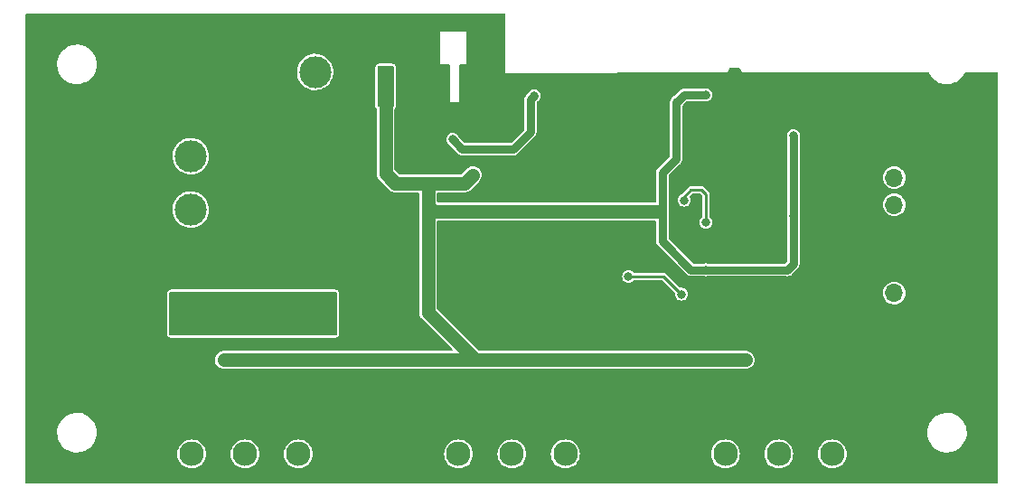
<source format=gbl>
G04 #@! TF.GenerationSoftware,KiCad,Pcbnew,(6.0.1-0)*
G04 #@! TF.CreationDate,2022-02-05T10:05:16+01:00*
G04 #@! TF.ProjectId,esp32-wled-adv-pcb,65737033-322d-4776-9c65-642d6164762d,rev?*
G04 #@! TF.SameCoordinates,Original*
G04 #@! TF.FileFunction,Copper,L2,Bot*
G04 #@! TF.FilePolarity,Positive*
%FSLAX46Y46*%
G04 Gerber Fmt 4.6, Leading zero omitted, Abs format (unit mm)*
G04 Created by KiCad (PCBNEW (6.0.1-0)) date 2022-02-05 10:05:16*
%MOMM*%
%LPD*%
G01*
G04 APERTURE LIST*
G04 #@! TA.AperFunction,ComponentPad*
%ADD10R,3.000000X3.000000*%
G04 #@! TD*
G04 #@! TA.AperFunction,ComponentPad*
%ADD11C,3.000000*%
G04 #@! TD*
G04 #@! TA.AperFunction,ComponentPad*
%ADD12C,2.300000*%
G04 #@! TD*
G04 #@! TA.AperFunction,ComponentPad*
%ADD13R,1.700000X1.700000*%
G04 #@! TD*
G04 #@! TA.AperFunction,ComponentPad*
%ADD14O,1.700000X1.700000*%
G04 #@! TD*
G04 #@! TA.AperFunction,ComponentPad*
%ADD15R,0.900000X0.500000*%
G04 #@! TD*
G04 #@! TA.AperFunction,ViaPad*
%ADD16C,0.800000*%
G04 #@! TD*
G04 #@! TA.AperFunction,ViaPad*
%ADD17C,0.500000*%
G04 #@! TD*
G04 #@! TA.AperFunction,ViaPad*
%ADD18C,1.200000*%
G04 #@! TD*
G04 #@! TA.AperFunction,Conductor*
%ADD19C,0.750000*%
G04 #@! TD*
G04 #@! TA.AperFunction,Conductor*
%ADD20C,1.250000*%
G04 #@! TD*
G04 #@! TA.AperFunction,Conductor*
%ADD21C,0.250000*%
G04 #@! TD*
G04 APERTURE END LIST*
D10*
X96900000Y-95100000D03*
D11*
X96900000Y-100100000D03*
X96900000Y-105100000D03*
D12*
X147000000Y-128000000D03*
X152000000Y-128000000D03*
X157000000Y-128000000D03*
X122000000Y-128000000D03*
X127000000Y-128000000D03*
X132000000Y-128000000D03*
X97000000Y-128000000D03*
X102000000Y-128000000D03*
X107000000Y-128000000D03*
D13*
X162814000Y-99568000D03*
D14*
X162814000Y-102108000D03*
X162814000Y-104648000D03*
D15*
X147861600Y-92050800D03*
D13*
X162814000Y-110388400D03*
D14*
X162814000Y-112928400D03*
D10*
X96900000Y-110100000D03*
D11*
X96900000Y-115100000D03*
X108559600Y-92205000D03*
X108559600Y-114805000D03*
D16*
X117856000Y-104013000D03*
X108077000Y-126492000D03*
X151130000Y-118999000D03*
D17*
X146658755Y-103040360D03*
D16*
X171704000Y-116840000D03*
X154400000Y-107600000D03*
X82296000Y-130048000D03*
X143383000Y-95631000D03*
X127762000Y-126365000D03*
X108077000Y-122555000D03*
X153670000Y-111506000D03*
X124456181Y-95443434D03*
X121412000Y-130048000D03*
X154178000Y-93116400D03*
X105918000Y-96901000D03*
D17*
X145710225Y-99989484D03*
D16*
X140716000Y-116840000D03*
X140462000Y-98679000D03*
X129540000Y-92837000D03*
D17*
X147711600Y-99991200D03*
D16*
X125730000Y-87376000D03*
X124587000Y-115062000D03*
X95631000Y-102489000D03*
X133096000Y-122555000D03*
X142113000Y-106045000D03*
X154940000Y-95758000D03*
X86868000Y-120015000D03*
X130429000Y-106680000D03*
X158877000Y-100838000D03*
X151257000Y-116332000D03*
X121939619Y-100697422D03*
X147320000Y-130048000D03*
X137160000Y-130048000D03*
X125857000Y-108966000D03*
X87884000Y-102489000D03*
X82296000Y-87376000D03*
X98425000Y-120396000D03*
X163830000Y-103378000D03*
X111252000Y-114300000D03*
X104902000Y-108077000D03*
X116586000Y-101219000D03*
X129286000Y-120396000D03*
X120700119Y-92061422D03*
X120396000Y-106553000D03*
X120669619Y-96953415D03*
X120904000Y-126492000D03*
X148082000Y-122555000D03*
X101600000Y-130048000D03*
X111760000Y-87376000D03*
D17*
X148761600Y-101041200D03*
D16*
X133350000Y-92837000D03*
X113665000Y-111887000D03*
X171704000Y-111760000D03*
X101092000Y-108331000D03*
X116840000Y-107061000D03*
X167259000Y-108077000D03*
X116840000Y-87376000D03*
X155575000Y-119126000D03*
X141351000Y-115189000D03*
X82296000Y-101600000D03*
X137160000Y-100838000D03*
X95504000Y-118872000D03*
X90170000Y-122047000D03*
X105537000Y-112014000D03*
X95631000Y-91059000D03*
X136144000Y-110744000D03*
X169672000Y-94488000D03*
X165100000Y-95377000D03*
X107442000Y-110617000D03*
X152527000Y-114300000D03*
X133858000Y-117856000D03*
X139446000Y-125095000D03*
X129667000Y-98425000D03*
X171704000Y-101600000D03*
X137160000Y-106680000D03*
X141732000Y-113030000D03*
X121285000Y-110363000D03*
X116840000Y-100076000D03*
X113665000Y-107442000D03*
X116840000Y-130048000D03*
X131445000Y-110617000D03*
X125730000Y-106680000D03*
X138938000Y-114681000D03*
X143510000Y-105156000D03*
X167132000Y-117856000D03*
X126111000Y-126365000D03*
X171704000Y-121920000D03*
X158140400Y-96723200D03*
X117856000Y-114681000D03*
X101219000Y-122555000D03*
X88138000Y-97790000D03*
X162941000Y-122682000D03*
X157226000Y-93116400D03*
X158623000Y-109220000D03*
X132080000Y-130048000D03*
X137033000Y-122047000D03*
D17*
X148756532Y-99039484D03*
D16*
X86360000Y-130048000D03*
X127889000Y-122555000D03*
X168148000Y-97409000D03*
X161036000Y-113538000D03*
D17*
X148761600Y-103041200D03*
D16*
X82804000Y-116840000D03*
X126183381Y-95392634D03*
X103632000Y-117602000D03*
X162052000Y-130048000D03*
X138938000Y-112141000D03*
X164846000Y-112903000D03*
X160274000Y-93116400D03*
X160782000Y-95250000D03*
X152781000Y-97155000D03*
X159385000Y-112014000D03*
X86360000Y-87376000D03*
X117729000Y-111252000D03*
X127127000Y-117475000D03*
D17*
X145711600Y-101041200D03*
D16*
X157988000Y-105283000D03*
X114046000Y-89154000D03*
X124968000Y-111125000D03*
X118637619Y-95429415D03*
X112903000Y-117729000D03*
X156464000Y-113538000D03*
X161036000Y-105156000D03*
X111252000Y-93345000D03*
X123209619Y-91110415D03*
X109474000Y-100076000D03*
X128143000Y-112903000D03*
X158496000Y-118618000D03*
X161036000Y-111887000D03*
X139573000Y-101219000D03*
X120396000Y-104013000D03*
X105918000Y-99822000D03*
X137160000Y-98425000D03*
X100203000Y-112014000D03*
X148082000Y-126492000D03*
X110363000Y-110998000D03*
D17*
X146660602Y-102091199D03*
D16*
X98044000Y-126492000D03*
X131445000Y-109093000D03*
X159766000Y-107823000D03*
X158115000Y-126492000D03*
X110871000Y-109220000D03*
X130937000Y-122555000D03*
X105918000Y-90043000D03*
X141732000Y-110236000D03*
D17*
X147711600Y-103041200D03*
D16*
X142113000Y-104394000D03*
X91440000Y-87376000D03*
X118131581Y-90156422D03*
X105918000Y-93345000D03*
X129667000Y-115951000D03*
X91313000Y-93218000D03*
D17*
X148761600Y-102091200D03*
D16*
X141605000Y-92837000D03*
X148971000Y-105664000D03*
X148463000Y-120523000D03*
X155829000Y-122555000D03*
X171831000Y-92837000D03*
X161848800Y-93116400D03*
X171704000Y-127000000D03*
X82804000Y-121920000D03*
X152247600Y-103022400D03*
X137160000Y-103251000D03*
X82296000Y-112268000D03*
D17*
X149706532Y-99989484D03*
D16*
X136525000Y-108966000D03*
X138938000Y-104013000D03*
X166116000Y-104521000D03*
X153797000Y-115316000D03*
X145542000Y-117856000D03*
X149098000Y-94488000D03*
X144145000Y-97155000D03*
X111252000Y-89916000D03*
X146304000Y-105537000D03*
X160680400Y-102565200D03*
X123063000Y-126492000D03*
X138938000Y-106553000D03*
X112776000Y-113411000D03*
X130302000Y-103886000D03*
X151130000Y-96469200D03*
X95885000Y-122555000D03*
X133985000Y-103886000D03*
X120396000Y-117856000D03*
X152781000Y-126365000D03*
X137160000Y-92837000D03*
X101981000Y-93472000D03*
X156464000Y-103124000D03*
X163830000Y-106807000D03*
X132334000Y-98171000D03*
X106045000Y-122555000D03*
X145923000Y-122555000D03*
X167640000Y-130048000D03*
X157480000Y-130048000D03*
D17*
X147711600Y-101041200D03*
D16*
X156464000Y-112014000D03*
X115824000Y-111252000D03*
X120904000Y-122555000D03*
X138684000Y-117856000D03*
X139065000Y-97790000D03*
X105537000Y-120523000D03*
X124714000Y-120396000D03*
X133604000Y-113030000D03*
D17*
X146660602Y-99991199D03*
D16*
X106680000Y-130048000D03*
X152654000Y-93116400D03*
X118258581Y-100316422D03*
X121412000Y-87376000D03*
X155702000Y-93116400D03*
X93091000Y-102997000D03*
D17*
X146661600Y-101041200D03*
D16*
X133096000Y-126492000D03*
X143764000Y-107061000D03*
X153035000Y-118364000D03*
X96520000Y-87376000D03*
X143764000Y-109347000D03*
D17*
X146651419Y-99038477D03*
D16*
X116836181Y-95414222D03*
X98425000Y-98552000D03*
X127254000Y-101600000D03*
X102743000Y-126365000D03*
D17*
X149711600Y-101041200D03*
D16*
X146812000Y-111760000D03*
X101219000Y-126365000D03*
X168148000Y-100584000D03*
X111125000Y-117094000D03*
X127000000Y-130048000D03*
X96520000Y-130048000D03*
X146431000Y-92964000D03*
X112903000Y-109728000D03*
X126111000Y-92710000D03*
X152400000Y-130048000D03*
X126111000Y-122555000D03*
X125730000Y-89916000D03*
X129794000Y-95504000D03*
X145923000Y-116078000D03*
X124079000Y-117602000D03*
X110490000Y-107442000D03*
X145923000Y-126492000D03*
X94869000Y-100838000D03*
X142240000Y-130048000D03*
X112903000Y-102489000D03*
X151130000Y-126365000D03*
X105918000Y-126492000D03*
X158115000Y-122555000D03*
X149153300Y-96012000D03*
X98171000Y-122555000D03*
X119825398Y-95384636D03*
X109474000Y-102489000D03*
X149352000Y-108077000D03*
X129032000Y-117856000D03*
X82296000Y-91440000D03*
X114300000Y-124968000D03*
X147878800Y-92964000D03*
X95885000Y-126492000D03*
X155956000Y-126492000D03*
X120523000Y-114173000D03*
X94107000Y-113157000D03*
X94107000Y-116967000D03*
D17*
X147711600Y-99041200D03*
D16*
X122627381Y-93030434D03*
X87757000Y-112522000D03*
X120523000Y-111252000D03*
X152298400Y-104648000D03*
X91440000Y-130048000D03*
X122549119Y-92039834D03*
X130937000Y-126492000D03*
X152908000Y-122555000D03*
X161747200Y-103378000D03*
X163195000Y-118110000D03*
X154813000Y-113919000D03*
X122340696Y-95359967D03*
X141732000Y-120650000D03*
X154432000Y-101092000D03*
X151130000Y-122555000D03*
X171704000Y-106680000D03*
X141478000Y-94361000D03*
X106680000Y-87376000D03*
X112903000Y-100076000D03*
X143764000Y-111887000D03*
X108458000Y-109220000D03*
X148971000Y-92964000D03*
D17*
X147711600Y-102091200D03*
D16*
X162814000Y-114681000D03*
X158750000Y-93116400D03*
D17*
X148761600Y-99991200D03*
D16*
X151384000Y-104648000D03*
X159004000Y-116713000D03*
X146305165Y-96041430D03*
X133985000Y-106680000D03*
X111760000Y-130048000D03*
X93091000Y-106807000D03*
X102489000Y-102489000D03*
X102870000Y-122555000D03*
X141351000Y-97155000D03*
X142875000Y-114173000D03*
X98933000Y-102489000D03*
X123063000Y-122555000D03*
X164465000Y-92710000D03*
X136525000Y-96774000D03*
X167894000Y-114173000D03*
X124079000Y-88138000D03*
X151130000Y-95300800D03*
X111252000Y-96901000D03*
X157480000Y-99441000D03*
X82296000Y-106680000D03*
X114554000Y-111252000D03*
X150622000Y-111887000D03*
X158750000Y-103124000D03*
X106553000Y-107442000D03*
D17*
X145709218Y-102084371D03*
D16*
X82296000Y-127000000D03*
X125730000Y-103886000D03*
X151130000Y-93116400D03*
X116734581Y-91045422D03*
X105918000Y-102489000D03*
D17*
X149707967Y-102090063D03*
D16*
X134239000Y-115951000D03*
X151130000Y-94284800D03*
X171704000Y-130048000D03*
X146812000Y-114173000D03*
X150114000Y-117983000D03*
X171704000Y-96520000D03*
X152400000Y-109601000D03*
X119507000Y-101346000D03*
X82296000Y-96520000D03*
X101600000Y-87376000D03*
X121433581Y-98538422D03*
X129082800Y-94437200D03*
X145184300Y-94361000D03*
X142380000Y-100330000D03*
D18*
X115159781Y-92315422D03*
X115159781Y-94855422D03*
D16*
X152781000Y-110744000D03*
X153365200Y-105664000D03*
D18*
X115159781Y-93585422D03*
D16*
X100000000Y-119176800D03*
X153365200Y-98145600D03*
X122555000Y-105283000D03*
X123596400Y-119176800D03*
X142494000Y-94996000D03*
X123338581Y-101891222D03*
X145161000Y-110744000D03*
X148894800Y-119176800D03*
X143129000Y-104223141D03*
X145161000Y-106299000D03*
X142875000Y-113030000D03*
X137922000Y-111379000D03*
X102489000Y-114808000D03*
D19*
X128723381Y-97831034D02*
X127126993Y-99427422D01*
X127126993Y-99427422D02*
X122322581Y-99427422D01*
X129082800Y-94437200D02*
X128723381Y-94796619D01*
X122322581Y-99427422D02*
X121433581Y-98538422D01*
X128723381Y-94796619D02*
X128723381Y-97831034D01*
D20*
X119146834Y-114727234D02*
X123596400Y-119176800D01*
D19*
X141097000Y-108077000D02*
X141097000Y-105097000D01*
D20*
X116076038Y-102646834D02*
X115159781Y-101730577D01*
X104176800Y-119176800D02*
X123596400Y-119176800D01*
X119146834Y-102646834D02*
X119146834Y-104746834D01*
X123338581Y-101891222D02*
X122582969Y-102646834D01*
D19*
X153365200Y-98145600D02*
X153365200Y-105664000D01*
D20*
X119146834Y-104746834D02*
X119146834Y-114727234D01*
D19*
X153365200Y-105664000D02*
X153365200Y-110159800D01*
D20*
X123596400Y-119176800D02*
X148894800Y-119176800D01*
X115159781Y-101730577D02*
X115159781Y-94855422D01*
X100000000Y-119176800D02*
X104176800Y-119176800D01*
X122555000Y-105283000D02*
X140843000Y-105283000D01*
X119683000Y-105283000D02*
X122555000Y-105283000D01*
D19*
X142494000Y-94996000D02*
X143129000Y-94361000D01*
X142380000Y-95110000D02*
X142380000Y-100330000D01*
X141097000Y-105097000D02*
X141097000Y-101613000D01*
D20*
X122582969Y-102646834D02*
X119146834Y-102646834D01*
D19*
X153365200Y-110159800D02*
X152781000Y-110744000D01*
X143129000Y-94361000D02*
X145184300Y-94361000D01*
X152781000Y-110744000D02*
X145161000Y-110744000D01*
X142494000Y-94996000D02*
X142380000Y-95110000D01*
D20*
X119146834Y-102646834D02*
X116076038Y-102646834D01*
X115159781Y-101730577D02*
X115784600Y-102355396D01*
D19*
X141097000Y-101613000D02*
X142380000Y-100330000D01*
X143764000Y-110744000D02*
X141097000Y-108077000D01*
X145161000Y-110744000D02*
X143764000Y-110744000D01*
D20*
X119146834Y-104746834D02*
X119683000Y-105283000D01*
D21*
X143764000Y-103251000D02*
X143129000Y-103886000D01*
X145161000Y-103632000D02*
X144780000Y-103251000D01*
X143129000Y-103886000D02*
X143129000Y-104223141D01*
X144780000Y-103251000D02*
X143764000Y-103251000D01*
X143129000Y-104013000D02*
X143129000Y-104223141D01*
X145161000Y-106299000D02*
X145161000Y-103632000D01*
X137922000Y-111379000D02*
X141224000Y-111379000D01*
X141224000Y-111379000D02*
X142875000Y-113030000D01*
G04 #@! TA.AperFunction,Conductor*
G36*
X110542121Y-112820002D02*
G01*
X110588614Y-112873658D01*
X110600000Y-112926000D01*
X110600000Y-116774000D01*
X110579998Y-116842121D01*
X110526342Y-116888614D01*
X110474000Y-116900000D01*
X95026000Y-116900000D01*
X94957879Y-116879998D01*
X94911386Y-116826342D01*
X94900000Y-116774000D01*
X94900000Y-112926000D01*
X94920002Y-112857879D01*
X94973658Y-112811386D01*
X95026000Y-112800000D01*
X110474000Y-112800000D01*
X110542121Y-112820002D01*
G37*
G04 #@! TD.AperFunction*
G04 #@! TA.AperFunction,Conductor*
G36*
X115863902Y-91649624D02*
G01*
X115910395Y-91703280D01*
X115921781Y-91755622D01*
X115921781Y-95364422D01*
X115901779Y-95432543D01*
X115848123Y-95479036D01*
X115795781Y-95490422D01*
X114523781Y-95490422D01*
X114455660Y-95470420D01*
X114409167Y-95416764D01*
X114397781Y-95364422D01*
X114397781Y-91755622D01*
X114417783Y-91687501D01*
X114471439Y-91641008D01*
X114523781Y-91629622D01*
X115795781Y-91629622D01*
X115863902Y-91649624D01*
G37*
G04 #@! TD.AperFunction*
G04 #@! TA.AperFunction,Conductor*
G36*
X126307121Y-86720002D02*
G01*
X126353614Y-86773658D01*
X126365000Y-86826000D01*
X126365000Y-92329000D01*
X147218400Y-92252800D01*
X147364959Y-91875538D01*
X147408271Y-91819284D01*
X147475121Y-91795376D01*
X147482464Y-91795165D01*
X148232773Y-91795559D01*
X148300883Y-91815597D01*
X148345405Y-91865210D01*
X148539200Y-92252800D01*
X165974453Y-92252800D01*
X166042574Y-92272802D01*
X166084383Y-92319660D01*
X166085182Y-92319192D01*
X166220875Y-92550938D01*
X166223728Y-92554505D01*
X166335225Y-92693925D01*
X166388601Y-92760669D01*
X166584846Y-92943991D01*
X166677039Y-93007948D01*
X166801746Y-93094461D01*
X166801751Y-93094464D01*
X166805499Y-93097064D01*
X166809584Y-93099096D01*
X166809587Y-93099098D01*
X166925719Y-93156872D01*
X167045938Y-93216680D01*
X167050272Y-93218101D01*
X167050275Y-93218102D01*
X167296793Y-93298915D01*
X167296798Y-93298916D01*
X167301126Y-93300335D01*
X167305617Y-93301115D01*
X167305618Y-93301115D01*
X167561936Y-93345620D01*
X167561944Y-93345621D01*
X167565717Y-93346276D01*
X167569554Y-93346467D01*
X167648996Y-93350422D01*
X167649004Y-93350422D01*
X167650567Y-93350500D01*
X167818223Y-93350500D01*
X167820491Y-93350335D01*
X167820503Y-93350335D01*
X167950823Y-93340879D01*
X168017846Y-93336016D01*
X168022301Y-93335032D01*
X168022304Y-93335032D01*
X168275620Y-93279105D01*
X168275624Y-93279104D01*
X168280080Y-93278120D01*
X168447617Y-93214646D01*
X168526941Y-93184593D01*
X168526944Y-93184592D01*
X168531211Y-93182975D01*
X168765976Y-93052574D01*
X168908254Y-92943991D01*
X168975833Y-92892417D01*
X168975837Y-92892413D01*
X168979458Y-92889650D01*
X169167185Y-92697614D01*
X169325225Y-92480491D01*
X169409595Y-92320130D01*
X169459012Y-92269160D01*
X169521101Y-92252800D01*
X172424000Y-92252800D01*
X172492121Y-92272802D01*
X172538614Y-92326458D01*
X172550000Y-92378800D01*
X172550000Y-130674000D01*
X172529998Y-130742121D01*
X172476342Y-130788614D01*
X172424000Y-130800000D01*
X81576000Y-130800000D01*
X81507879Y-130779998D01*
X81461386Y-130726342D01*
X81450000Y-130674000D01*
X81450000Y-128000000D01*
X95644341Y-128000000D01*
X95664937Y-128235408D01*
X95726097Y-128463663D01*
X95825965Y-128677829D01*
X95961505Y-128871401D01*
X96128599Y-129038495D01*
X96133107Y-129041652D01*
X96133110Y-129041654D01*
X96317661Y-129170878D01*
X96322170Y-129174035D01*
X96327152Y-129176358D01*
X96327157Y-129176361D01*
X96531355Y-129271580D01*
X96536337Y-129273903D01*
X96541645Y-129275325D01*
X96541647Y-129275326D01*
X96759277Y-129333639D01*
X96764592Y-129335063D01*
X97000000Y-129355659D01*
X97235408Y-129335063D01*
X97240723Y-129333639D01*
X97458353Y-129275326D01*
X97458355Y-129275325D01*
X97463663Y-129273903D01*
X97468645Y-129271580D01*
X97672843Y-129176361D01*
X97672848Y-129176358D01*
X97677830Y-129174035D01*
X97682339Y-129170878D01*
X97866890Y-129041654D01*
X97866893Y-129041652D01*
X97871401Y-129038495D01*
X98038495Y-128871401D01*
X98174035Y-128677829D01*
X98273903Y-128463663D01*
X98335063Y-128235408D01*
X98355659Y-128000000D01*
X100644341Y-128000000D01*
X100664937Y-128235408D01*
X100726097Y-128463663D01*
X100825965Y-128677829D01*
X100961505Y-128871401D01*
X101128599Y-129038495D01*
X101133107Y-129041652D01*
X101133110Y-129041654D01*
X101317661Y-129170878D01*
X101322170Y-129174035D01*
X101327152Y-129176358D01*
X101327157Y-129176361D01*
X101531355Y-129271580D01*
X101536337Y-129273903D01*
X101541645Y-129275325D01*
X101541647Y-129275326D01*
X101759277Y-129333639D01*
X101764592Y-129335063D01*
X102000000Y-129355659D01*
X102235408Y-129335063D01*
X102240723Y-129333639D01*
X102458353Y-129275326D01*
X102458355Y-129275325D01*
X102463663Y-129273903D01*
X102468645Y-129271580D01*
X102672843Y-129176361D01*
X102672848Y-129176358D01*
X102677830Y-129174035D01*
X102682339Y-129170878D01*
X102866890Y-129041654D01*
X102866893Y-129041652D01*
X102871401Y-129038495D01*
X103038495Y-128871401D01*
X103174035Y-128677829D01*
X103273903Y-128463663D01*
X103335063Y-128235408D01*
X103355659Y-128000000D01*
X105644341Y-128000000D01*
X105664937Y-128235408D01*
X105726097Y-128463663D01*
X105825965Y-128677829D01*
X105961505Y-128871401D01*
X106128599Y-129038495D01*
X106133107Y-129041652D01*
X106133110Y-129041654D01*
X106317661Y-129170878D01*
X106322170Y-129174035D01*
X106327152Y-129176358D01*
X106327157Y-129176361D01*
X106531355Y-129271580D01*
X106536337Y-129273903D01*
X106541645Y-129275325D01*
X106541647Y-129275326D01*
X106759277Y-129333639D01*
X106764592Y-129335063D01*
X107000000Y-129355659D01*
X107235408Y-129335063D01*
X107240723Y-129333639D01*
X107458353Y-129275326D01*
X107458355Y-129275325D01*
X107463663Y-129273903D01*
X107468645Y-129271580D01*
X107672843Y-129176361D01*
X107672848Y-129176358D01*
X107677830Y-129174035D01*
X107682339Y-129170878D01*
X107866890Y-129041654D01*
X107866893Y-129041652D01*
X107871401Y-129038495D01*
X108038495Y-128871401D01*
X108174035Y-128677829D01*
X108273903Y-128463663D01*
X108335063Y-128235408D01*
X108355659Y-128000000D01*
X120644341Y-128000000D01*
X120664937Y-128235408D01*
X120726097Y-128463663D01*
X120825965Y-128677829D01*
X120961505Y-128871401D01*
X121128599Y-129038495D01*
X121133107Y-129041652D01*
X121133110Y-129041654D01*
X121317661Y-129170878D01*
X121322170Y-129174035D01*
X121327152Y-129176358D01*
X121327157Y-129176361D01*
X121531355Y-129271580D01*
X121536337Y-129273903D01*
X121541645Y-129275325D01*
X121541647Y-129275326D01*
X121759277Y-129333639D01*
X121764592Y-129335063D01*
X122000000Y-129355659D01*
X122235408Y-129335063D01*
X122240723Y-129333639D01*
X122458353Y-129275326D01*
X122458355Y-129275325D01*
X122463663Y-129273903D01*
X122468645Y-129271580D01*
X122672843Y-129176361D01*
X122672848Y-129176358D01*
X122677830Y-129174035D01*
X122682339Y-129170878D01*
X122866890Y-129041654D01*
X122866893Y-129041652D01*
X122871401Y-129038495D01*
X123038495Y-128871401D01*
X123174035Y-128677829D01*
X123273903Y-128463663D01*
X123335063Y-128235408D01*
X123355659Y-128000000D01*
X125644341Y-128000000D01*
X125664937Y-128235408D01*
X125726097Y-128463663D01*
X125825965Y-128677829D01*
X125961505Y-128871401D01*
X126128599Y-129038495D01*
X126133107Y-129041652D01*
X126133110Y-129041654D01*
X126317661Y-129170878D01*
X126322170Y-129174035D01*
X126327152Y-129176358D01*
X126327157Y-129176361D01*
X126531355Y-129271580D01*
X126536337Y-129273903D01*
X126541645Y-129275325D01*
X126541647Y-129275326D01*
X126759277Y-129333639D01*
X126764592Y-129335063D01*
X127000000Y-129355659D01*
X127235408Y-129335063D01*
X127240723Y-129333639D01*
X127458353Y-129275326D01*
X127458355Y-129275325D01*
X127463663Y-129273903D01*
X127468645Y-129271580D01*
X127672843Y-129176361D01*
X127672848Y-129176358D01*
X127677830Y-129174035D01*
X127682339Y-129170878D01*
X127866890Y-129041654D01*
X127866893Y-129041652D01*
X127871401Y-129038495D01*
X128038495Y-128871401D01*
X128174035Y-128677829D01*
X128273903Y-128463663D01*
X128335063Y-128235408D01*
X128355659Y-128000000D01*
X130644341Y-128000000D01*
X130664937Y-128235408D01*
X130726097Y-128463663D01*
X130825965Y-128677829D01*
X130961505Y-128871401D01*
X131128599Y-129038495D01*
X131133107Y-129041652D01*
X131133110Y-129041654D01*
X131317661Y-129170878D01*
X131322170Y-129174035D01*
X131327152Y-129176358D01*
X131327157Y-129176361D01*
X131531355Y-129271580D01*
X131536337Y-129273903D01*
X131541645Y-129275325D01*
X131541647Y-129275326D01*
X131759277Y-129333639D01*
X131764592Y-129335063D01*
X132000000Y-129355659D01*
X132235408Y-129335063D01*
X132240723Y-129333639D01*
X132458353Y-129275326D01*
X132458355Y-129275325D01*
X132463663Y-129273903D01*
X132468645Y-129271580D01*
X132672843Y-129176361D01*
X132672848Y-129176358D01*
X132677830Y-129174035D01*
X132682339Y-129170878D01*
X132866890Y-129041654D01*
X132866893Y-129041652D01*
X132871401Y-129038495D01*
X133038495Y-128871401D01*
X133174035Y-128677829D01*
X133273903Y-128463663D01*
X133335063Y-128235408D01*
X133355659Y-128000000D01*
X145644341Y-128000000D01*
X145664937Y-128235408D01*
X145726097Y-128463663D01*
X145825965Y-128677829D01*
X145961505Y-128871401D01*
X146128599Y-129038495D01*
X146133107Y-129041652D01*
X146133110Y-129041654D01*
X146317661Y-129170878D01*
X146322170Y-129174035D01*
X146327152Y-129176358D01*
X146327157Y-129176361D01*
X146531355Y-129271580D01*
X146536337Y-129273903D01*
X146541645Y-129275325D01*
X146541647Y-129275326D01*
X146759277Y-129333639D01*
X146764592Y-129335063D01*
X147000000Y-129355659D01*
X147235408Y-129335063D01*
X147240723Y-129333639D01*
X147458353Y-129275326D01*
X147458355Y-129275325D01*
X147463663Y-129273903D01*
X147468645Y-129271580D01*
X147672843Y-129176361D01*
X147672848Y-129176358D01*
X147677830Y-129174035D01*
X147682339Y-129170878D01*
X147866890Y-129041654D01*
X147866893Y-129041652D01*
X147871401Y-129038495D01*
X148038495Y-128871401D01*
X148174035Y-128677829D01*
X148273903Y-128463663D01*
X148335063Y-128235408D01*
X148355659Y-128000000D01*
X150644341Y-128000000D01*
X150664937Y-128235408D01*
X150726097Y-128463663D01*
X150825965Y-128677829D01*
X150961505Y-128871401D01*
X151128599Y-129038495D01*
X151133107Y-129041652D01*
X151133110Y-129041654D01*
X151317661Y-129170878D01*
X151322170Y-129174035D01*
X151327152Y-129176358D01*
X151327157Y-129176361D01*
X151531355Y-129271580D01*
X151536337Y-129273903D01*
X151541645Y-129275325D01*
X151541647Y-129275326D01*
X151759277Y-129333639D01*
X151764592Y-129335063D01*
X152000000Y-129355659D01*
X152235408Y-129335063D01*
X152240723Y-129333639D01*
X152458353Y-129275326D01*
X152458355Y-129275325D01*
X152463663Y-129273903D01*
X152468645Y-129271580D01*
X152672843Y-129176361D01*
X152672848Y-129176358D01*
X152677830Y-129174035D01*
X152682339Y-129170878D01*
X152866890Y-129041654D01*
X152866893Y-129041652D01*
X152871401Y-129038495D01*
X153038495Y-128871401D01*
X153174035Y-128677829D01*
X153273903Y-128463663D01*
X153335063Y-128235408D01*
X153355659Y-128000000D01*
X155644341Y-128000000D01*
X155664937Y-128235408D01*
X155726097Y-128463663D01*
X155825965Y-128677829D01*
X155961505Y-128871401D01*
X156128599Y-129038495D01*
X156133107Y-129041652D01*
X156133110Y-129041654D01*
X156317661Y-129170878D01*
X156322170Y-129174035D01*
X156327152Y-129176358D01*
X156327157Y-129176361D01*
X156531355Y-129271580D01*
X156536337Y-129273903D01*
X156541645Y-129275325D01*
X156541647Y-129275326D01*
X156759277Y-129333639D01*
X156764592Y-129335063D01*
X157000000Y-129355659D01*
X157235408Y-129335063D01*
X157240723Y-129333639D01*
X157458353Y-129275326D01*
X157458355Y-129275325D01*
X157463663Y-129273903D01*
X157468645Y-129271580D01*
X157672843Y-129176361D01*
X157672848Y-129176358D01*
X157677830Y-129174035D01*
X157682339Y-129170878D01*
X157866890Y-129041654D01*
X157866893Y-129041652D01*
X157871401Y-129038495D01*
X158038495Y-128871401D01*
X158174035Y-128677829D01*
X158273903Y-128463663D01*
X158335063Y-128235408D01*
X158355659Y-128000000D01*
X158335063Y-127764592D01*
X158273903Y-127536337D01*
X158230841Y-127443991D01*
X158176358Y-127327152D01*
X158176356Y-127327149D01*
X158174035Y-127322171D01*
X158038495Y-127128599D01*
X157871401Y-126961505D01*
X157866893Y-126958348D01*
X157866890Y-126958346D01*
X157682339Y-126829122D01*
X157682336Y-126829120D01*
X157677830Y-126825965D01*
X157672848Y-126823642D01*
X157672843Y-126823639D01*
X157468645Y-126728420D01*
X157468644Y-126728419D01*
X157463663Y-126726097D01*
X157458355Y-126724675D01*
X157458353Y-126724674D01*
X157240723Y-126666361D01*
X157240722Y-126666361D01*
X157235408Y-126664937D01*
X157000000Y-126644341D01*
X156764592Y-126664937D01*
X156759278Y-126666361D01*
X156759277Y-126666361D01*
X156541647Y-126724674D01*
X156541645Y-126724675D01*
X156536337Y-126726097D01*
X156531357Y-126728419D01*
X156531355Y-126728420D01*
X156327152Y-126823642D01*
X156327149Y-126823644D01*
X156322171Y-126825965D01*
X156128599Y-126961505D01*
X155961505Y-127128599D01*
X155825965Y-127322171D01*
X155823644Y-127327149D01*
X155823642Y-127327152D01*
X155769159Y-127443991D01*
X155726097Y-127536337D01*
X155664937Y-127764592D01*
X155644341Y-128000000D01*
X153355659Y-128000000D01*
X153335063Y-127764592D01*
X153273903Y-127536337D01*
X153230841Y-127443991D01*
X153176358Y-127327152D01*
X153176356Y-127327149D01*
X153174035Y-127322171D01*
X153038495Y-127128599D01*
X152871401Y-126961505D01*
X152866893Y-126958348D01*
X152866890Y-126958346D01*
X152682339Y-126829122D01*
X152682336Y-126829120D01*
X152677830Y-126825965D01*
X152672848Y-126823642D01*
X152672843Y-126823639D01*
X152468645Y-126728420D01*
X152468644Y-126728419D01*
X152463663Y-126726097D01*
X152458355Y-126724675D01*
X152458353Y-126724674D01*
X152240723Y-126666361D01*
X152240722Y-126666361D01*
X152235408Y-126664937D01*
X152000000Y-126644341D01*
X151764592Y-126664937D01*
X151759278Y-126666361D01*
X151759277Y-126666361D01*
X151541647Y-126724674D01*
X151541645Y-126724675D01*
X151536337Y-126726097D01*
X151531357Y-126728419D01*
X151531355Y-126728420D01*
X151327152Y-126823642D01*
X151327149Y-126823644D01*
X151322171Y-126825965D01*
X151128599Y-126961505D01*
X150961505Y-127128599D01*
X150825965Y-127322171D01*
X150823644Y-127327149D01*
X150823642Y-127327152D01*
X150769159Y-127443991D01*
X150726097Y-127536337D01*
X150664937Y-127764592D01*
X150644341Y-128000000D01*
X148355659Y-128000000D01*
X148335063Y-127764592D01*
X148273903Y-127536337D01*
X148230841Y-127443991D01*
X148176358Y-127327152D01*
X148176356Y-127327149D01*
X148174035Y-127322171D01*
X148038495Y-127128599D01*
X147871401Y-126961505D01*
X147866893Y-126958348D01*
X147866890Y-126958346D01*
X147682339Y-126829122D01*
X147682336Y-126829120D01*
X147677830Y-126825965D01*
X147672848Y-126823642D01*
X147672843Y-126823639D01*
X147468645Y-126728420D01*
X147468644Y-126728419D01*
X147463663Y-126726097D01*
X147458355Y-126724675D01*
X147458353Y-126724674D01*
X147240723Y-126666361D01*
X147240722Y-126666361D01*
X147235408Y-126664937D01*
X147000000Y-126644341D01*
X146764592Y-126664937D01*
X146759278Y-126666361D01*
X146759277Y-126666361D01*
X146541647Y-126724674D01*
X146541645Y-126724675D01*
X146536337Y-126726097D01*
X146531357Y-126728419D01*
X146531355Y-126728420D01*
X146327152Y-126823642D01*
X146327149Y-126823644D01*
X146322171Y-126825965D01*
X146128599Y-126961505D01*
X145961505Y-127128599D01*
X145825965Y-127322171D01*
X145823644Y-127327149D01*
X145823642Y-127327152D01*
X145769159Y-127443991D01*
X145726097Y-127536337D01*
X145664937Y-127764592D01*
X145644341Y-128000000D01*
X133355659Y-128000000D01*
X133335063Y-127764592D01*
X133273903Y-127536337D01*
X133230841Y-127443991D01*
X133176358Y-127327152D01*
X133176356Y-127327149D01*
X133174035Y-127322171D01*
X133038495Y-127128599D01*
X132871401Y-126961505D01*
X132866893Y-126958348D01*
X132866890Y-126958346D01*
X132682339Y-126829122D01*
X132682336Y-126829120D01*
X132677830Y-126825965D01*
X132672848Y-126823642D01*
X132672843Y-126823639D01*
X132468645Y-126728420D01*
X132468644Y-126728419D01*
X132463663Y-126726097D01*
X132458355Y-126724675D01*
X132458353Y-126724674D01*
X132240723Y-126666361D01*
X132240722Y-126666361D01*
X132235408Y-126664937D01*
X132000000Y-126644341D01*
X131764592Y-126664937D01*
X131759278Y-126666361D01*
X131759277Y-126666361D01*
X131541647Y-126724674D01*
X131541645Y-126724675D01*
X131536337Y-126726097D01*
X131531357Y-126728419D01*
X131531355Y-126728420D01*
X131327152Y-126823642D01*
X131327149Y-126823644D01*
X131322171Y-126825965D01*
X131128599Y-126961505D01*
X130961505Y-127128599D01*
X130825965Y-127322171D01*
X130823644Y-127327149D01*
X130823642Y-127327152D01*
X130769159Y-127443991D01*
X130726097Y-127536337D01*
X130664937Y-127764592D01*
X130644341Y-128000000D01*
X128355659Y-128000000D01*
X128335063Y-127764592D01*
X128273903Y-127536337D01*
X128230841Y-127443991D01*
X128176358Y-127327152D01*
X128176356Y-127327149D01*
X128174035Y-127322171D01*
X128038495Y-127128599D01*
X127871401Y-126961505D01*
X127866893Y-126958348D01*
X127866890Y-126958346D01*
X127682339Y-126829122D01*
X127682336Y-126829120D01*
X127677830Y-126825965D01*
X127672848Y-126823642D01*
X127672843Y-126823639D01*
X127468645Y-126728420D01*
X127468644Y-126728419D01*
X127463663Y-126726097D01*
X127458355Y-126724675D01*
X127458353Y-126724674D01*
X127240723Y-126666361D01*
X127240722Y-126666361D01*
X127235408Y-126664937D01*
X127000000Y-126644341D01*
X126764592Y-126664937D01*
X126759278Y-126666361D01*
X126759277Y-126666361D01*
X126541647Y-126724674D01*
X126541645Y-126724675D01*
X126536337Y-126726097D01*
X126531357Y-126728419D01*
X126531355Y-126728420D01*
X126327152Y-126823642D01*
X126327149Y-126823644D01*
X126322171Y-126825965D01*
X126128599Y-126961505D01*
X125961505Y-127128599D01*
X125825965Y-127322171D01*
X125823644Y-127327149D01*
X125823642Y-127327152D01*
X125769159Y-127443991D01*
X125726097Y-127536337D01*
X125664937Y-127764592D01*
X125644341Y-128000000D01*
X123355659Y-128000000D01*
X123335063Y-127764592D01*
X123273903Y-127536337D01*
X123230841Y-127443991D01*
X123176358Y-127327152D01*
X123176356Y-127327149D01*
X123174035Y-127322171D01*
X123038495Y-127128599D01*
X122871401Y-126961505D01*
X122866893Y-126958348D01*
X122866890Y-126958346D01*
X122682339Y-126829122D01*
X122682336Y-126829120D01*
X122677830Y-126825965D01*
X122672848Y-126823642D01*
X122672843Y-126823639D01*
X122468645Y-126728420D01*
X122468644Y-126728419D01*
X122463663Y-126726097D01*
X122458355Y-126724675D01*
X122458353Y-126724674D01*
X122240723Y-126666361D01*
X122240722Y-126666361D01*
X122235408Y-126664937D01*
X122000000Y-126644341D01*
X121764592Y-126664937D01*
X121759278Y-126666361D01*
X121759277Y-126666361D01*
X121541647Y-126724674D01*
X121541645Y-126724675D01*
X121536337Y-126726097D01*
X121531357Y-126728419D01*
X121531355Y-126728420D01*
X121327152Y-126823642D01*
X121327149Y-126823644D01*
X121322171Y-126825965D01*
X121128599Y-126961505D01*
X120961505Y-127128599D01*
X120825965Y-127322171D01*
X120823644Y-127327149D01*
X120823642Y-127327152D01*
X120769159Y-127443991D01*
X120726097Y-127536337D01*
X120664937Y-127764592D01*
X120644341Y-128000000D01*
X108355659Y-128000000D01*
X108335063Y-127764592D01*
X108273903Y-127536337D01*
X108230841Y-127443991D01*
X108176358Y-127327152D01*
X108176356Y-127327149D01*
X108174035Y-127322171D01*
X108038495Y-127128599D01*
X107871401Y-126961505D01*
X107866893Y-126958348D01*
X107866890Y-126958346D01*
X107682339Y-126829122D01*
X107682336Y-126829120D01*
X107677830Y-126825965D01*
X107672848Y-126823642D01*
X107672843Y-126823639D01*
X107468645Y-126728420D01*
X107468644Y-126728419D01*
X107463663Y-126726097D01*
X107458355Y-126724675D01*
X107458353Y-126724674D01*
X107240723Y-126666361D01*
X107240722Y-126666361D01*
X107235408Y-126664937D01*
X107000000Y-126644341D01*
X106764592Y-126664937D01*
X106759278Y-126666361D01*
X106759277Y-126666361D01*
X106541647Y-126724674D01*
X106541645Y-126724675D01*
X106536337Y-126726097D01*
X106531357Y-126728419D01*
X106531355Y-126728420D01*
X106327152Y-126823642D01*
X106327149Y-126823644D01*
X106322171Y-126825965D01*
X106128599Y-126961505D01*
X105961505Y-127128599D01*
X105825965Y-127322171D01*
X105823644Y-127327149D01*
X105823642Y-127327152D01*
X105769159Y-127443991D01*
X105726097Y-127536337D01*
X105664937Y-127764592D01*
X105644341Y-128000000D01*
X103355659Y-128000000D01*
X103335063Y-127764592D01*
X103273903Y-127536337D01*
X103230841Y-127443991D01*
X103176358Y-127327152D01*
X103176356Y-127327149D01*
X103174035Y-127322171D01*
X103038495Y-127128599D01*
X102871401Y-126961505D01*
X102866893Y-126958348D01*
X102866890Y-126958346D01*
X102682339Y-126829122D01*
X102682336Y-126829120D01*
X102677830Y-126825965D01*
X102672848Y-126823642D01*
X102672843Y-126823639D01*
X102468645Y-126728420D01*
X102468644Y-126728419D01*
X102463663Y-126726097D01*
X102458355Y-126724675D01*
X102458353Y-126724674D01*
X102240723Y-126666361D01*
X102240722Y-126666361D01*
X102235408Y-126664937D01*
X102000000Y-126644341D01*
X101764592Y-126664937D01*
X101759278Y-126666361D01*
X101759277Y-126666361D01*
X101541647Y-126724674D01*
X101541645Y-126724675D01*
X101536337Y-126726097D01*
X101531357Y-126728419D01*
X101531355Y-126728420D01*
X101327152Y-126823642D01*
X101327149Y-126823644D01*
X101322171Y-126825965D01*
X101128599Y-126961505D01*
X100961505Y-127128599D01*
X100825965Y-127322171D01*
X100823644Y-127327149D01*
X100823642Y-127327152D01*
X100769159Y-127443991D01*
X100726097Y-127536337D01*
X100664937Y-127764592D01*
X100644341Y-128000000D01*
X98355659Y-128000000D01*
X98335063Y-127764592D01*
X98273903Y-127536337D01*
X98230841Y-127443991D01*
X98176358Y-127327152D01*
X98176356Y-127327149D01*
X98174035Y-127322171D01*
X98038495Y-127128599D01*
X97871401Y-126961505D01*
X97866893Y-126958348D01*
X97866890Y-126958346D01*
X97682339Y-126829122D01*
X97682336Y-126829120D01*
X97677830Y-126825965D01*
X97672848Y-126823642D01*
X97672843Y-126823639D01*
X97468645Y-126728420D01*
X97468644Y-126728419D01*
X97463663Y-126726097D01*
X97458355Y-126724675D01*
X97458353Y-126724674D01*
X97240723Y-126666361D01*
X97240722Y-126666361D01*
X97235408Y-126664937D01*
X97000000Y-126644341D01*
X96764592Y-126664937D01*
X96759278Y-126666361D01*
X96759277Y-126666361D01*
X96541647Y-126724674D01*
X96541645Y-126724675D01*
X96536337Y-126726097D01*
X96531357Y-126728419D01*
X96531355Y-126728420D01*
X96327152Y-126823642D01*
X96327149Y-126823644D01*
X96322171Y-126825965D01*
X96128599Y-126961505D01*
X95961505Y-127128599D01*
X95825965Y-127322171D01*
X95823644Y-127327149D01*
X95823642Y-127327152D01*
X95769159Y-127443991D01*
X95726097Y-127536337D01*
X95664937Y-127764592D01*
X95644341Y-128000000D01*
X81450000Y-128000000D01*
X81450000Y-126042095D01*
X84395028Y-126042095D01*
X84420534Y-126309431D01*
X84484364Y-126570285D01*
X84486076Y-126574511D01*
X84486077Y-126574515D01*
X84548415Y-126728420D01*
X84585182Y-126819192D01*
X84720875Y-127050938D01*
X84831789Y-127189629D01*
X84835225Y-127193925D01*
X84888601Y-127260669D01*
X85084846Y-127443991D01*
X85177039Y-127507948D01*
X85301746Y-127594461D01*
X85301751Y-127594464D01*
X85305499Y-127597064D01*
X85309584Y-127599096D01*
X85309587Y-127599098D01*
X85425718Y-127656872D01*
X85545938Y-127716680D01*
X85550272Y-127718101D01*
X85550275Y-127718102D01*
X85796793Y-127798915D01*
X85796798Y-127798916D01*
X85801126Y-127800335D01*
X85805617Y-127801115D01*
X85805618Y-127801115D01*
X86061936Y-127845620D01*
X86061944Y-127845621D01*
X86065717Y-127846276D01*
X86069554Y-127846467D01*
X86148996Y-127850422D01*
X86149004Y-127850422D01*
X86150567Y-127850500D01*
X86318223Y-127850500D01*
X86320491Y-127850335D01*
X86320503Y-127850335D01*
X86450823Y-127840879D01*
X86517846Y-127836016D01*
X86522301Y-127835032D01*
X86522304Y-127835032D01*
X86775620Y-127779105D01*
X86775624Y-127779104D01*
X86780080Y-127778120D01*
X86947617Y-127714646D01*
X87026941Y-127684593D01*
X87026944Y-127684592D01*
X87031211Y-127682975D01*
X87265976Y-127552574D01*
X87408254Y-127443991D01*
X87475833Y-127392417D01*
X87475837Y-127392413D01*
X87479458Y-127389650D01*
X87667185Y-127197614D01*
X87825225Y-126980491D01*
X87907747Y-126823642D01*
X87948140Y-126746868D01*
X87948143Y-126746862D01*
X87950265Y-126742828D01*
X87956174Y-126726097D01*
X88038165Y-126493916D01*
X88038165Y-126493915D01*
X88039688Y-126489603D01*
X88091620Y-126226122D01*
X88091847Y-126221566D01*
X88100781Y-126042095D01*
X165895028Y-126042095D01*
X165920534Y-126309431D01*
X165984364Y-126570285D01*
X165986076Y-126574511D01*
X165986077Y-126574515D01*
X166048415Y-126728420D01*
X166085182Y-126819192D01*
X166220875Y-127050938D01*
X166331789Y-127189629D01*
X166335225Y-127193925D01*
X166388601Y-127260669D01*
X166584846Y-127443991D01*
X166677039Y-127507948D01*
X166801746Y-127594461D01*
X166801751Y-127594464D01*
X166805499Y-127597064D01*
X166809584Y-127599096D01*
X166809587Y-127599098D01*
X166925718Y-127656872D01*
X167045938Y-127716680D01*
X167050272Y-127718101D01*
X167050275Y-127718102D01*
X167296793Y-127798915D01*
X167296798Y-127798916D01*
X167301126Y-127800335D01*
X167305617Y-127801115D01*
X167305618Y-127801115D01*
X167561936Y-127845620D01*
X167561944Y-127845621D01*
X167565717Y-127846276D01*
X167569554Y-127846467D01*
X167648996Y-127850422D01*
X167649004Y-127850422D01*
X167650567Y-127850500D01*
X167818223Y-127850500D01*
X167820491Y-127850335D01*
X167820503Y-127850335D01*
X167950823Y-127840879D01*
X168017846Y-127836016D01*
X168022301Y-127835032D01*
X168022304Y-127835032D01*
X168275620Y-127779105D01*
X168275624Y-127779104D01*
X168280080Y-127778120D01*
X168447617Y-127714646D01*
X168526941Y-127684593D01*
X168526944Y-127684592D01*
X168531211Y-127682975D01*
X168765976Y-127552574D01*
X168908254Y-127443991D01*
X168975833Y-127392417D01*
X168975837Y-127392413D01*
X168979458Y-127389650D01*
X169167185Y-127197614D01*
X169325225Y-126980491D01*
X169407747Y-126823642D01*
X169448140Y-126746868D01*
X169448143Y-126746862D01*
X169450265Y-126742828D01*
X169456174Y-126726097D01*
X169538165Y-126493916D01*
X169538165Y-126493915D01*
X169539688Y-126489603D01*
X169591620Y-126226122D01*
X169591847Y-126221566D01*
X169604745Y-125962474D01*
X169604745Y-125962468D01*
X169604972Y-125957905D01*
X169579466Y-125690569D01*
X169515636Y-125429715D01*
X169414818Y-125180808D01*
X169279125Y-124949062D01*
X169168211Y-124810371D01*
X169114251Y-124742897D01*
X169114250Y-124742895D01*
X169111399Y-124739331D01*
X168915154Y-124556009D01*
X168755436Y-124445208D01*
X168698254Y-124405539D01*
X168698249Y-124405536D01*
X168694501Y-124402936D01*
X168690416Y-124400904D01*
X168690413Y-124400902D01*
X168518560Y-124315407D01*
X168454062Y-124283320D01*
X168449728Y-124281899D01*
X168449725Y-124281898D01*
X168203207Y-124201085D01*
X168203202Y-124201084D01*
X168198874Y-124199665D01*
X168194382Y-124198885D01*
X167938064Y-124154380D01*
X167938056Y-124154379D01*
X167934283Y-124153724D01*
X167925622Y-124153293D01*
X167851004Y-124149578D01*
X167850996Y-124149578D01*
X167849433Y-124149500D01*
X167681777Y-124149500D01*
X167679509Y-124149665D01*
X167679497Y-124149665D01*
X167549177Y-124159121D01*
X167482154Y-124163984D01*
X167477699Y-124164968D01*
X167477696Y-124164968D01*
X167224380Y-124220895D01*
X167224376Y-124220896D01*
X167219920Y-124221880D01*
X167094354Y-124269453D01*
X166973059Y-124315407D01*
X166973056Y-124315408D01*
X166968789Y-124317025D01*
X166734024Y-124447426D01*
X166730392Y-124450198D01*
X166524167Y-124607583D01*
X166524163Y-124607587D01*
X166520542Y-124610350D01*
X166332815Y-124802386D01*
X166174775Y-125019509D01*
X166172651Y-125023547D01*
X166051860Y-125253132D01*
X166051857Y-125253138D01*
X166049735Y-125257172D01*
X166048215Y-125261477D01*
X166048213Y-125261481D01*
X165988804Y-125429715D01*
X165960312Y-125510397D01*
X165908380Y-125773878D01*
X165908153Y-125778431D01*
X165908153Y-125778434D01*
X165898992Y-125962474D01*
X165895028Y-126042095D01*
X88100781Y-126042095D01*
X88104745Y-125962474D01*
X88104745Y-125962468D01*
X88104972Y-125957905D01*
X88079466Y-125690569D01*
X88015636Y-125429715D01*
X87914818Y-125180808D01*
X87779125Y-124949062D01*
X87668211Y-124810371D01*
X87614251Y-124742897D01*
X87614250Y-124742895D01*
X87611399Y-124739331D01*
X87415154Y-124556009D01*
X87255436Y-124445208D01*
X87198254Y-124405539D01*
X87198249Y-124405536D01*
X87194501Y-124402936D01*
X87190416Y-124400904D01*
X87190413Y-124400902D01*
X87018560Y-124315407D01*
X86954062Y-124283320D01*
X86949728Y-124281899D01*
X86949725Y-124281898D01*
X86703207Y-124201085D01*
X86703202Y-124201084D01*
X86698874Y-124199665D01*
X86694382Y-124198885D01*
X86438064Y-124154380D01*
X86438056Y-124154379D01*
X86434283Y-124153724D01*
X86425622Y-124153293D01*
X86351004Y-124149578D01*
X86350996Y-124149578D01*
X86349433Y-124149500D01*
X86181777Y-124149500D01*
X86179509Y-124149665D01*
X86179497Y-124149665D01*
X86049177Y-124159121D01*
X85982154Y-124163984D01*
X85977699Y-124164968D01*
X85977696Y-124164968D01*
X85724380Y-124220895D01*
X85724376Y-124220896D01*
X85719920Y-124221880D01*
X85594354Y-124269453D01*
X85473059Y-124315407D01*
X85473056Y-124315408D01*
X85468789Y-124317025D01*
X85234024Y-124447426D01*
X85230392Y-124450198D01*
X85024167Y-124607583D01*
X85024163Y-124607587D01*
X85020542Y-124610350D01*
X84832815Y-124802386D01*
X84674775Y-125019509D01*
X84672651Y-125023547D01*
X84551860Y-125253132D01*
X84551857Y-125253138D01*
X84549735Y-125257172D01*
X84548215Y-125261477D01*
X84548213Y-125261481D01*
X84488804Y-125429715D01*
X84460312Y-125510397D01*
X84408380Y-125773878D01*
X84408153Y-125778431D01*
X84408153Y-125778434D01*
X84398992Y-125962474D01*
X84395028Y-126042095D01*
X81450000Y-126042095D01*
X81450000Y-119130448D01*
X99170927Y-119130448D01*
X99171284Y-119137265D01*
X99171284Y-119137269D01*
X99178999Y-119284469D01*
X99180314Y-119309560D01*
X99182125Y-119316133D01*
X99182125Y-119316136D01*
X99203399Y-119393370D01*
X99227943Y-119482479D01*
X99311594Y-119641136D01*
X99315999Y-119646349D01*
X99316002Y-119646353D01*
X99369223Y-119709331D01*
X99427362Y-119778129D01*
X99432786Y-119782276D01*
X99432787Y-119782277D01*
X99564426Y-119882923D01*
X99564430Y-119882926D01*
X99569847Y-119887067D01*
X99732401Y-119962867D01*
X99907440Y-120001993D01*
X99912931Y-120002300D01*
X123582685Y-120002300D01*
X123586203Y-120002349D01*
X123656175Y-120004304D01*
X123656180Y-120004304D01*
X123662995Y-120004494D01*
X123669696Y-120003216D01*
X123676028Y-120002706D01*
X123686134Y-120002300D01*
X148939610Y-120002300D01*
X149073109Y-119987797D01*
X149243100Y-119930589D01*
X149396840Y-119838213D01*
X149455991Y-119782277D01*
X149460377Y-119778129D01*
X149527157Y-119714978D01*
X149627971Y-119566634D01*
X149630503Y-119560304D01*
X149630505Y-119560300D01*
X149692045Y-119406439D01*
X149692046Y-119406434D01*
X149694579Y-119400102D01*
X149695693Y-119393375D01*
X149695694Y-119393370D01*
X149722758Y-119229890D01*
X149722758Y-119229886D01*
X149723873Y-119223152D01*
X149718662Y-119123710D01*
X149714843Y-119050853D01*
X149714486Y-119044040D01*
X149712675Y-119037464D01*
X149668670Y-118877702D01*
X149668669Y-118877699D01*
X149666857Y-118871121D01*
X149583206Y-118712464D01*
X149578801Y-118707251D01*
X149578798Y-118707247D01*
X149471844Y-118580685D01*
X149467438Y-118575471D01*
X149462013Y-118571323D01*
X149330374Y-118470677D01*
X149330370Y-118470674D01*
X149324953Y-118466533D01*
X149162399Y-118390733D01*
X148987360Y-118351607D01*
X148981869Y-118351300D01*
X123990523Y-118351300D01*
X123922402Y-118331298D01*
X123901428Y-118314395D01*
X120009239Y-114422206D01*
X119975213Y-114359894D01*
X119972334Y-114333111D01*
X119972334Y-111379000D01*
X137316318Y-111379000D01*
X137336956Y-111535762D01*
X137397464Y-111681841D01*
X137493718Y-111807282D01*
X137619159Y-111903536D01*
X137765238Y-111964044D01*
X137922000Y-111984682D01*
X137930188Y-111983604D01*
X138070574Y-111965122D01*
X138078762Y-111964044D01*
X138224841Y-111903536D01*
X138350282Y-111807282D01*
X138391323Y-111753796D01*
X138448661Y-111711929D01*
X138491286Y-111704500D01*
X141036984Y-111704500D01*
X141105105Y-111724502D01*
X141126079Y-111741405D01*
X142242291Y-112857617D01*
X142276317Y-112919929D01*
X142278118Y-112963157D01*
X142269318Y-113030000D01*
X142289956Y-113186762D01*
X142350464Y-113332841D01*
X142446718Y-113458282D01*
X142572159Y-113554536D01*
X142718238Y-113615044D01*
X142875000Y-113635682D01*
X142883188Y-113634604D01*
X143023574Y-113616122D01*
X143031762Y-113615044D01*
X143177841Y-113554536D01*
X143303282Y-113458282D01*
X143399536Y-113332841D01*
X143460044Y-113186762D01*
X143480682Y-113030000D01*
X143465366Y-112913662D01*
X161758520Y-112913662D01*
X161775759Y-113118953D01*
X161832544Y-113316986D01*
X161835359Y-113322463D01*
X161835360Y-113322466D01*
X161856247Y-113363107D01*
X161926712Y-113500218D01*
X162054677Y-113661670D01*
X162211564Y-113795191D01*
X162391398Y-113895697D01*
X162486238Y-113926513D01*
X162581471Y-113957456D01*
X162581475Y-113957457D01*
X162587329Y-113959359D01*
X162791894Y-113983751D01*
X162798029Y-113983279D01*
X162798031Y-113983279D01*
X162854039Y-113978969D01*
X162997300Y-113967946D01*
X163003230Y-113966290D01*
X163003232Y-113966290D01*
X163189797Y-113914200D01*
X163189796Y-113914200D01*
X163195725Y-113912545D01*
X163201214Y-113909772D01*
X163201220Y-113909770D01*
X163374116Y-113822433D01*
X163379610Y-113819658D01*
X163541951Y-113692824D01*
X163609089Y-113615044D01*
X163672540Y-113541534D01*
X163672540Y-113541533D01*
X163676564Y-113536872D01*
X163697387Y-113500218D01*
X163775276Y-113363107D01*
X163778323Y-113357744D01*
X163843351Y-113162263D01*
X163869171Y-112957874D01*
X163869583Y-112928400D01*
X163849480Y-112723370D01*
X163789935Y-112526149D01*
X163693218Y-112344249D01*
X163619859Y-112254302D01*
X163566906Y-112189375D01*
X163566903Y-112189372D01*
X163563011Y-112184600D01*
X163545786Y-112170350D01*
X163409025Y-112057211D01*
X163409021Y-112057209D01*
X163404275Y-112053282D01*
X163223055Y-111955297D01*
X163026254Y-111894377D01*
X163020129Y-111893733D01*
X163020128Y-111893733D01*
X162827498Y-111873487D01*
X162827496Y-111873487D01*
X162821369Y-111872843D01*
X162734529Y-111880746D01*
X162622342Y-111890955D01*
X162622339Y-111890956D01*
X162616203Y-111891514D01*
X162418572Y-111949680D01*
X162236002Y-112045126D01*
X162231201Y-112048986D01*
X162231198Y-112048988D01*
X162220971Y-112057211D01*
X162075447Y-112174215D01*
X161943024Y-112332030D01*
X161940056Y-112337428D01*
X161940053Y-112337433D01*
X161879205Y-112448116D01*
X161843776Y-112512562D01*
X161781484Y-112708932D01*
X161780798Y-112715049D01*
X161780797Y-112715053D01*
X161761527Y-112886851D01*
X161758520Y-112913662D01*
X143465366Y-112913662D01*
X143460044Y-112873238D01*
X143399536Y-112727159D01*
X143303282Y-112601718D01*
X143177841Y-112505464D01*
X143031762Y-112444956D01*
X142875000Y-112424318D01*
X142808157Y-112433118D01*
X142738010Y-112422179D01*
X142702617Y-112397291D01*
X141468111Y-111162785D01*
X141460684Y-111154681D01*
X141443541Y-111134251D01*
X141443542Y-111134251D01*
X141436455Y-111125806D01*
X141423679Y-111118430D01*
X141403815Y-111106961D01*
X141394544Y-111101055D01*
X141372715Y-111085770D01*
X141363684Y-111079446D01*
X141353034Y-111076592D01*
X141349866Y-111075115D01*
X141346590Y-111073923D01*
X141337045Y-111068412D01*
X141303301Y-111062462D01*
X141299942Y-111061870D01*
X141289215Y-111059492D01*
X141252807Y-111049736D01*
X141241822Y-111050697D01*
X141241820Y-111050697D01*
X141215272Y-111053020D01*
X141204290Y-111053500D01*
X138491286Y-111053500D01*
X138423165Y-111033498D01*
X138391323Y-111004204D01*
X138355305Y-110957264D01*
X138350282Y-110950718D01*
X138224841Y-110854464D01*
X138078762Y-110793956D01*
X137922000Y-110773318D01*
X137765238Y-110793956D01*
X137619159Y-110854464D01*
X137493718Y-110950718D01*
X137397464Y-111076159D01*
X137336956Y-111222238D01*
X137335878Y-111230426D01*
X137331523Y-111263509D01*
X137316318Y-111379000D01*
X119972334Y-111379000D01*
X119972334Y-106234500D01*
X119992336Y-106166379D01*
X120045992Y-106119886D01*
X120098334Y-106108500D01*
X140395500Y-106108500D01*
X140463621Y-106128502D01*
X140510114Y-106182158D01*
X140521500Y-106234500D01*
X140521500Y-108031028D01*
X140520422Y-108047474D01*
X140516535Y-108077000D01*
X140521500Y-108114714D01*
X140521500Y-108114720D01*
X140536313Y-108227235D01*
X140594302Y-108367233D01*
X140663388Y-108457268D01*
X140663391Y-108457271D01*
X140686549Y-108487451D01*
X140693099Y-108492477D01*
X140710179Y-108505583D01*
X140722570Y-108516450D01*
X143324550Y-111118430D01*
X143335417Y-111130821D01*
X143353549Y-111154451D01*
X143383729Y-111177609D01*
X143383732Y-111177612D01*
X143473768Y-111246699D01*
X143481398Y-111249859D01*
X143481399Y-111249860D01*
X143526488Y-111268536D01*
X143613764Y-111304687D01*
X143726280Y-111319500D01*
X143764000Y-111324466D01*
X143772188Y-111323388D01*
X143772189Y-111323388D01*
X143793533Y-111320578D01*
X143809979Y-111319500D01*
X144956194Y-111319500D01*
X144988803Y-111323793D01*
X144996613Y-111325886D01*
X145004238Y-111329044D01*
X145012422Y-111330121D01*
X145012424Y-111330122D01*
X145152812Y-111348604D01*
X145161000Y-111349682D01*
X145169188Y-111348604D01*
X145309576Y-111330122D01*
X145309578Y-111330121D01*
X145317762Y-111329044D01*
X145325387Y-111325886D01*
X145333197Y-111323793D01*
X145365806Y-111319500D01*
X152576194Y-111319500D01*
X152608803Y-111323793D01*
X152616613Y-111325886D01*
X152624238Y-111329044D01*
X152632422Y-111330121D01*
X152632424Y-111330122D01*
X152772812Y-111348604D01*
X152781000Y-111349682D01*
X152789188Y-111348604D01*
X152929574Y-111330122D01*
X152937762Y-111329044D01*
X153083841Y-111268536D01*
X153209282Y-111172282D01*
X153305536Y-111046841D01*
X153308695Y-111039215D01*
X153312737Y-111032214D01*
X153332761Y-111006119D01*
X153739630Y-110599250D01*
X153752021Y-110588383D01*
X153769101Y-110575277D01*
X153775651Y-110570251D01*
X153798809Y-110540071D01*
X153798812Y-110540068D01*
X153867899Y-110450032D01*
X153903645Y-110363732D01*
X153925887Y-110310036D01*
X153940700Y-110197520D01*
X153945666Y-110159800D01*
X153941778Y-110130267D01*
X153940700Y-110113821D01*
X153940700Y-105868806D01*
X153944993Y-105836197D01*
X153947086Y-105828387D01*
X153950244Y-105820762D01*
X153953263Y-105797835D01*
X153969804Y-105672188D01*
X153970882Y-105664000D01*
X153954825Y-105542033D01*
X153951322Y-105515424D01*
X153951321Y-105515422D01*
X153950244Y-105507238D01*
X153947086Y-105499613D01*
X153944993Y-105491803D01*
X153940700Y-105459194D01*
X153940700Y-104633262D01*
X161758520Y-104633262D01*
X161759036Y-104639406D01*
X161772944Y-104805025D01*
X161775759Y-104838553D01*
X161832544Y-105036586D01*
X161835359Y-105042063D01*
X161835360Y-105042066D01*
X161912610Y-105192378D01*
X161926712Y-105219818D01*
X162054677Y-105381270D01*
X162059370Y-105385264D01*
X162059371Y-105385265D01*
X162146238Y-105459194D01*
X162211564Y-105514791D01*
X162391398Y-105615297D01*
X162486238Y-105646113D01*
X162581471Y-105677056D01*
X162581475Y-105677057D01*
X162587329Y-105678959D01*
X162791894Y-105703351D01*
X162798029Y-105702879D01*
X162798031Y-105702879D01*
X162854039Y-105698569D01*
X162997300Y-105687546D01*
X163003230Y-105685890D01*
X163003232Y-105685890D01*
X163189797Y-105633800D01*
X163189796Y-105633800D01*
X163195725Y-105632145D01*
X163201214Y-105629372D01*
X163201220Y-105629370D01*
X163338314Y-105560118D01*
X163379610Y-105539258D01*
X163541951Y-105412424D01*
X163676564Y-105256472D01*
X163697387Y-105219818D01*
X163763657Y-105103160D01*
X163778323Y-105077344D01*
X163843351Y-104881863D01*
X163869171Y-104677474D01*
X163869583Y-104648000D01*
X163849480Y-104442970D01*
X163789935Y-104245749D01*
X163693218Y-104063849D01*
X163572163Y-103915421D01*
X163566906Y-103908975D01*
X163566903Y-103908972D01*
X163563011Y-103904200D01*
X163515095Y-103864560D01*
X163409025Y-103776811D01*
X163409021Y-103776809D01*
X163404275Y-103772882D01*
X163223055Y-103674897D01*
X163026254Y-103613977D01*
X163020129Y-103613333D01*
X163020128Y-103613333D01*
X162827498Y-103593087D01*
X162827496Y-103593087D01*
X162821369Y-103592443D01*
X162734529Y-103600346D01*
X162622342Y-103610555D01*
X162622339Y-103610556D01*
X162616203Y-103611114D01*
X162418572Y-103669280D01*
X162236002Y-103764726D01*
X162231201Y-103768586D01*
X162231198Y-103768588D01*
X162111833Y-103864560D01*
X162075447Y-103893815D01*
X161943024Y-104051630D01*
X161940056Y-104057028D01*
X161940053Y-104057033D01*
X161853237Y-104214953D01*
X161843776Y-104232162D01*
X161781484Y-104428532D01*
X161780798Y-104434649D01*
X161780797Y-104434653D01*
X161771409Y-104518352D01*
X161758520Y-104633262D01*
X153940700Y-104633262D01*
X153940700Y-102093262D01*
X161758520Y-102093262D01*
X161759036Y-102099406D01*
X161772016Y-102253975D01*
X161775759Y-102298553D01*
X161832544Y-102496586D01*
X161835359Y-102502063D01*
X161835360Y-102502066D01*
X161856247Y-102542707D01*
X161926712Y-102679818D01*
X162054677Y-102841270D01*
X162059370Y-102845264D01*
X162059371Y-102845265D01*
X162184134Y-102951446D01*
X162211564Y-102974791D01*
X162391398Y-103075297D01*
X162486238Y-103106113D01*
X162581471Y-103137056D01*
X162581475Y-103137057D01*
X162587329Y-103138959D01*
X162791894Y-103163351D01*
X162798029Y-103162879D01*
X162798031Y-103162879D01*
X162854039Y-103158569D01*
X162997300Y-103147546D01*
X163003230Y-103145890D01*
X163003232Y-103145890D01*
X163189797Y-103093800D01*
X163189796Y-103093800D01*
X163195725Y-103092145D01*
X163201214Y-103089372D01*
X163201220Y-103089370D01*
X163374116Y-103002033D01*
X163379610Y-102999258D01*
X163409107Y-102976213D01*
X163537101Y-102876213D01*
X163541951Y-102872424D01*
X163676564Y-102716472D01*
X163697387Y-102679818D01*
X163775276Y-102542707D01*
X163778323Y-102537344D01*
X163843351Y-102341863D01*
X163869171Y-102137474D01*
X163869583Y-102108000D01*
X163849480Y-101902970D01*
X163789935Y-101705749D01*
X163693218Y-101523849D01*
X163591766Y-101399457D01*
X163566906Y-101368975D01*
X163566903Y-101368972D01*
X163563011Y-101364200D01*
X163537751Y-101343303D01*
X163409025Y-101236811D01*
X163409021Y-101236809D01*
X163404275Y-101232882D01*
X163250666Y-101149826D01*
X163228474Y-101137827D01*
X163223055Y-101134897D01*
X163026254Y-101073977D01*
X163020129Y-101073333D01*
X163020128Y-101073333D01*
X162827498Y-101053087D01*
X162827496Y-101053087D01*
X162821369Y-101052443D01*
X162734529Y-101060346D01*
X162622342Y-101070555D01*
X162622339Y-101070556D01*
X162616203Y-101071114D01*
X162418572Y-101129280D01*
X162236002Y-101224726D01*
X162231201Y-101228586D01*
X162231198Y-101228588D01*
X162114063Y-101322767D01*
X162075447Y-101353815D01*
X161943024Y-101511630D01*
X161940056Y-101517028D01*
X161940053Y-101517033D01*
X161867809Y-101648446D01*
X161843776Y-101692162D01*
X161781484Y-101888532D01*
X161780798Y-101894649D01*
X161780797Y-101894653D01*
X161759232Y-102086917D01*
X161758520Y-102093262D01*
X153940700Y-102093262D01*
X153940700Y-98350406D01*
X153944993Y-98317797D01*
X153947086Y-98309987D01*
X153950244Y-98302362D01*
X153955872Y-98259617D01*
X153969804Y-98153788D01*
X153970882Y-98145600D01*
X153950244Y-97988838D01*
X153889736Y-97842759D01*
X153793482Y-97717318D01*
X153668041Y-97621064D01*
X153521962Y-97560556D01*
X153365200Y-97539918D01*
X153208438Y-97560556D01*
X153062359Y-97621064D01*
X152936918Y-97717318D01*
X152840664Y-97842759D01*
X152780156Y-97988838D01*
X152759518Y-98145600D01*
X152760596Y-98153788D01*
X152774529Y-98259617D01*
X152780156Y-98302362D01*
X152783314Y-98309987D01*
X152785407Y-98317797D01*
X152789700Y-98350406D01*
X152789700Y-105459194D01*
X152785407Y-105491803D01*
X152783314Y-105499613D01*
X152780156Y-105507238D01*
X152779079Y-105515422D01*
X152779078Y-105515424D01*
X152775575Y-105542033D01*
X152759518Y-105664000D01*
X152760596Y-105672188D01*
X152777138Y-105797835D01*
X152780156Y-105820762D01*
X152783314Y-105828387D01*
X152785407Y-105836197D01*
X152789700Y-105868806D01*
X152789700Y-109869230D01*
X152769698Y-109937351D01*
X152752795Y-109958325D01*
X152579525Y-110131595D01*
X152517213Y-110165621D01*
X152490430Y-110168500D01*
X145365806Y-110168500D01*
X145333197Y-110164207D01*
X145325387Y-110162114D01*
X145317762Y-110158956D01*
X145309578Y-110157879D01*
X145309576Y-110157878D01*
X145169188Y-110139396D01*
X145161000Y-110138318D01*
X145152812Y-110139396D01*
X145012424Y-110157878D01*
X145012422Y-110157879D01*
X145004238Y-110158956D01*
X144996613Y-110162114D01*
X144988803Y-110164207D01*
X144956194Y-110168500D01*
X144054570Y-110168500D01*
X143986449Y-110148498D01*
X143965475Y-110131595D01*
X141709405Y-107875525D01*
X141675379Y-107813213D01*
X141672500Y-107786430D01*
X141672500Y-104223141D01*
X142523318Y-104223141D01*
X142543956Y-104379903D01*
X142604464Y-104525982D01*
X142700718Y-104651423D01*
X142826159Y-104747677D01*
X142972238Y-104808185D01*
X143129000Y-104828823D01*
X143137188Y-104827745D01*
X143277574Y-104809263D01*
X143285762Y-104808185D01*
X143431841Y-104747677D01*
X143557282Y-104651423D01*
X143653536Y-104525982D01*
X143714044Y-104379903D01*
X143734682Y-104223141D01*
X143714044Y-104066379D01*
X143656901Y-103928424D01*
X143649312Y-103857834D01*
X143684215Y-103791111D01*
X143861921Y-103613405D01*
X143924233Y-103579379D01*
X143951016Y-103576500D01*
X144592983Y-103576500D01*
X144661104Y-103596502D01*
X144682079Y-103613405D01*
X144798596Y-103729923D01*
X144832621Y-103792235D01*
X144835500Y-103819018D01*
X144835500Y-105729714D01*
X144815498Y-105797835D01*
X144786204Y-105829677D01*
X144732718Y-105870718D01*
X144636464Y-105996159D01*
X144575956Y-106142238D01*
X144555318Y-106299000D01*
X144575956Y-106455762D01*
X144636464Y-106601841D01*
X144732718Y-106727282D01*
X144858159Y-106823536D01*
X145004238Y-106884044D01*
X145161000Y-106904682D01*
X145169188Y-106903604D01*
X145309574Y-106885122D01*
X145317762Y-106884044D01*
X145463841Y-106823536D01*
X145589282Y-106727282D01*
X145685536Y-106601841D01*
X145746044Y-106455762D01*
X145766682Y-106299000D01*
X145746044Y-106142238D01*
X145685536Y-105996159D01*
X145589282Y-105870718D01*
X145535796Y-105829677D01*
X145493929Y-105772339D01*
X145486500Y-105729714D01*
X145486500Y-103651710D01*
X145486980Y-103640728D01*
X145489303Y-103614175D01*
X145489303Y-103614170D01*
X145490263Y-103603193D01*
X145480508Y-103566783D01*
X145478133Y-103556072D01*
X145471588Y-103518955D01*
X145466078Y-103509411D01*
X145464886Y-103506135D01*
X145463407Y-103502964D01*
X145460554Y-103492316D01*
X145438940Y-103461448D01*
X145433036Y-103452179D01*
X145419707Y-103429092D01*
X145419704Y-103429088D01*
X145414194Y-103419545D01*
X145385330Y-103395325D01*
X145377227Y-103387900D01*
X145024104Y-103034778D01*
X145016677Y-103026673D01*
X144999541Y-103006251D01*
X144992455Y-102997806D01*
X144982906Y-102992293D01*
X144959815Y-102978961D01*
X144950544Y-102973055D01*
X144928715Y-102957770D01*
X144919684Y-102951446D01*
X144909034Y-102948592D01*
X144905866Y-102947115D01*
X144902590Y-102945923D01*
X144893045Y-102940412D01*
X144859301Y-102934462D01*
X144855942Y-102933870D01*
X144845215Y-102931492D01*
X144808807Y-102921736D01*
X144797822Y-102922697D01*
X144797820Y-102922697D01*
X144771272Y-102925020D01*
X144760290Y-102925500D01*
X143783710Y-102925500D01*
X143772728Y-102925020D01*
X143746180Y-102922697D01*
X143746178Y-102922697D01*
X143735193Y-102921736D01*
X143698785Y-102931492D01*
X143688058Y-102933870D01*
X143684699Y-102934462D01*
X143650955Y-102940412D01*
X143641410Y-102945923D01*
X143638134Y-102947115D01*
X143634966Y-102948592D01*
X143624316Y-102951446D01*
X143615285Y-102957770D01*
X143593456Y-102973055D01*
X143584185Y-102978961D01*
X143561094Y-102992293D01*
X143551545Y-102997806D01*
X143544459Y-103006251D01*
X143527315Y-103026682D01*
X143519889Y-103034785D01*
X142912785Y-103641889D01*
X142904682Y-103649315D01*
X142880081Y-103669958D01*
X142847309Y-103689844D01*
X142826159Y-103698605D01*
X142819605Y-103703634D01*
X142743712Y-103761869D01*
X142700718Y-103794859D01*
X142604464Y-103920300D01*
X142543956Y-104066379D01*
X142523318Y-104223141D01*
X141672500Y-104223141D01*
X141672500Y-101903570D01*
X141692502Y-101835449D01*
X141709405Y-101814475D01*
X142642119Y-100881761D01*
X142668214Y-100861737D01*
X142675215Y-100857695D01*
X142682841Y-100854536D01*
X142808282Y-100758282D01*
X142904536Y-100632841D01*
X142965044Y-100486762D01*
X142985682Y-100330000D01*
X142965044Y-100173238D01*
X142961886Y-100165613D01*
X142959793Y-100157803D01*
X142955500Y-100125194D01*
X142955500Y-95423762D01*
X142975502Y-95355641D01*
X142981529Y-95347070D01*
X143018536Y-95298841D01*
X143021694Y-95291216D01*
X143025739Y-95284211D01*
X143045761Y-95258119D01*
X143330475Y-94973405D01*
X143392787Y-94939379D01*
X143419570Y-94936500D01*
X144979494Y-94936500D01*
X145012103Y-94940793D01*
X145019913Y-94942886D01*
X145027538Y-94946044D01*
X145035722Y-94947121D01*
X145035724Y-94947122D01*
X145176112Y-94965604D01*
X145184300Y-94966682D01*
X145192488Y-94965604D01*
X145332874Y-94947122D01*
X145341062Y-94946044D01*
X145487141Y-94885536D01*
X145612582Y-94789282D01*
X145708836Y-94663841D01*
X145769344Y-94517762D01*
X145789982Y-94361000D01*
X145779376Y-94280438D01*
X145770422Y-94212426D01*
X145769344Y-94204238D01*
X145708836Y-94058159D01*
X145612582Y-93932718D01*
X145487141Y-93836464D01*
X145341062Y-93775956D01*
X145298678Y-93770376D01*
X145192488Y-93756396D01*
X145184300Y-93755318D01*
X145176112Y-93756396D01*
X145035724Y-93774878D01*
X145035722Y-93774879D01*
X145027538Y-93775956D01*
X145019913Y-93779114D01*
X145012103Y-93781207D01*
X144979494Y-93785500D01*
X143174979Y-93785500D01*
X143158533Y-93784422D01*
X143137189Y-93781612D01*
X143137188Y-93781612D01*
X143129000Y-93780534D01*
X143091280Y-93785500D01*
X142978764Y-93800313D01*
X142937602Y-93817363D01*
X142838768Y-93858301D01*
X142748732Y-93927388D01*
X142748729Y-93927391D01*
X142718549Y-93950549D01*
X142713523Y-93957099D01*
X142700417Y-93974179D01*
X142689550Y-93986570D01*
X142231881Y-94444239D01*
X142205786Y-94464263D01*
X142198785Y-94468305D01*
X142191159Y-94471464D01*
X142065718Y-94567718D01*
X141969464Y-94693159D01*
X141966305Y-94700786D01*
X141963462Y-94705710D01*
X141954311Y-94719408D01*
X141946391Y-94729729D01*
X141946384Y-94729737D01*
X141890225Y-94802925D01*
X141882331Y-94813212D01*
X141882329Y-94813216D01*
X141877302Y-94819767D01*
X141848751Y-94888696D01*
X141824550Y-94947122D01*
X141819313Y-94959764D01*
X141818235Y-94967952D01*
X141809408Y-95034999D01*
X141804500Y-95072280D01*
X141804500Y-95072286D01*
X141799535Y-95110000D01*
X141800613Y-95118188D01*
X141800613Y-95118189D01*
X141803422Y-95139526D01*
X141804500Y-95155972D01*
X141804500Y-100039430D01*
X141784498Y-100107551D01*
X141767595Y-100128525D01*
X140722570Y-101173550D01*
X140710179Y-101184417D01*
X140686549Y-101202549D01*
X140681523Y-101209099D01*
X140681521Y-101209101D01*
X140663394Y-101232724D01*
X140663385Y-101232735D01*
X140656067Y-101242271D01*
X140656068Y-101242272D01*
X140594302Y-101322767D01*
X140536313Y-101462764D01*
X140521500Y-101575280D01*
X140521500Y-101575286D01*
X140516535Y-101613000D01*
X140517613Y-101621188D01*
X140517613Y-101621189D01*
X140520422Y-101642526D01*
X140521500Y-101658972D01*
X140521500Y-104331500D01*
X140501498Y-104399621D01*
X140447842Y-104446114D01*
X140395500Y-104457500D01*
X120098334Y-104457500D01*
X120030213Y-104437498D01*
X119983720Y-104383842D01*
X119972334Y-104331500D01*
X119972334Y-103598334D01*
X119992336Y-103530213D01*
X120045992Y-103483720D01*
X120098334Y-103472334D01*
X122542959Y-103472334D01*
X122553501Y-103472776D01*
X122603257Y-103476954D01*
X122610016Y-103476052D01*
X122610021Y-103476052D01*
X122680630Y-103466631D01*
X122683684Y-103466261D01*
X122754494Y-103458568D01*
X122761278Y-103457831D01*
X122767750Y-103455653D01*
X122770063Y-103455144D01*
X122770626Y-103455045D01*
X122771417Y-103454861D01*
X122771937Y-103454710D01*
X122774278Y-103454135D01*
X122781040Y-103453233D01*
X122854406Y-103426529D01*
X122857314Y-103425511D01*
X122924797Y-103402801D01*
X122931269Y-103400623D01*
X122937121Y-103397107D01*
X122939309Y-103396096D01*
X122939829Y-103395882D01*
X122940518Y-103395553D01*
X122941021Y-103395279D01*
X122943169Y-103394222D01*
X122949581Y-103391888D01*
X123015513Y-103350047D01*
X123018080Y-103348462D01*
X123079163Y-103311760D01*
X123079165Y-103311758D01*
X123085009Y-103308247D01*
X123089967Y-103303559D01*
X123091886Y-103302102D01*
X123092809Y-103301461D01*
X123096655Y-103298553D01*
X123101019Y-103295783D01*
X123105119Y-103292118D01*
X123157011Y-103240226D01*
X123159533Y-103237773D01*
X123210363Y-103189706D01*
X123210366Y-103189702D01*
X123215326Y-103185012D01*
X123219164Y-103179364D01*
X123223270Y-103174540D01*
X123230127Y-103167110D01*
X123951577Y-102445659D01*
X123953983Y-102443253D01*
X124012174Y-102370878D01*
X124033851Y-102343918D01*
X124033854Y-102343913D01*
X124038126Y-102338600D01*
X124117876Y-102177946D01*
X124120933Y-102165688D01*
X124159616Y-102010538D01*
X124159616Y-102010537D01*
X124161267Y-102003916D01*
X124164251Y-101897068D01*
X124166084Y-101831448D01*
X124166084Y-101831443D01*
X124166274Y-101824627D01*
X124132666Y-101648446D01*
X124118090Y-101614436D01*
X124076342Y-101517033D01*
X124062009Y-101483591D01*
X123979952Y-101368975D01*
X123961573Y-101343303D01*
X123961571Y-101343301D01*
X123957600Y-101337754D01*
X123824311Y-101217741D01*
X123668360Y-101129147D01*
X123525171Y-101084823D01*
X123503543Y-101078128D01*
X123503541Y-101078128D01*
X123497023Y-101076110D01*
X123318294Y-101061102D01*
X123311534Y-101062004D01*
X123311532Y-101062004D01*
X123221799Y-101073977D01*
X123140511Y-101084823D01*
X123134093Y-101087159D01*
X122978386Y-101143831D01*
X122978383Y-101143833D01*
X122971969Y-101146167D01*
X122883125Y-101202549D01*
X122835564Y-101232732D01*
X122820531Y-101242272D01*
X122816432Y-101245938D01*
X122277941Y-101784429D01*
X122215629Y-101818455D01*
X122188846Y-101821334D01*
X119225127Y-101821334D01*
X119204548Y-101819642D01*
X119199923Y-101818876D01*
X119199920Y-101818876D01*
X119193186Y-101817761D01*
X119186369Y-101818118D01*
X119186365Y-101818118D01*
X119128311Y-101821161D01*
X119121717Y-101821334D01*
X116470163Y-101821334D01*
X116402042Y-101801332D01*
X116381068Y-101784430D01*
X116022186Y-101425549D01*
X115988161Y-101363236D01*
X115985281Y-101336453D01*
X115985281Y-98538422D01*
X120827899Y-98538422D01*
X120848537Y-98695184D01*
X120909045Y-98841263D01*
X121005299Y-98966704D01*
X121130740Y-99062958D01*
X121138366Y-99066117D01*
X121145367Y-99070159D01*
X121171462Y-99090183D01*
X121883131Y-99801852D01*
X121893998Y-99814243D01*
X121912130Y-99837873D01*
X121942310Y-99861031D01*
X121942313Y-99861034D01*
X122032348Y-99930121D01*
X122123827Y-99968012D01*
X122172345Y-99988109D01*
X122284861Y-100002922D01*
X122284862Y-100002922D01*
X122284872Y-100002923D01*
X122314391Y-100006809D01*
X122314393Y-100006809D01*
X122322581Y-100007887D01*
X122352109Y-100004000D01*
X122368552Y-100002922D01*
X127081021Y-100002922D01*
X127097467Y-100004000D01*
X127118804Y-100006809D01*
X127118805Y-100006809D01*
X127126993Y-100007887D01*
X127135181Y-100006809D01*
X127135183Y-100006809D01*
X127164702Y-100002923D01*
X127164712Y-100002922D01*
X127164713Y-100002922D01*
X127277229Y-99988109D01*
X127417226Y-99930120D01*
X127458435Y-99898499D01*
X127507261Y-99861034D01*
X127507264Y-99861031D01*
X127537444Y-99837873D01*
X127555576Y-99814243D01*
X127566443Y-99801852D01*
X129097811Y-98270484D01*
X129110202Y-98259617D01*
X129127282Y-98246511D01*
X129133832Y-98241485D01*
X129156990Y-98211305D01*
X129156993Y-98211302D01*
X129226080Y-98121266D01*
X129271261Y-98012188D01*
X129284068Y-97981270D01*
X129298881Y-97868754D01*
X129303847Y-97831034D01*
X129299959Y-97801501D01*
X129298881Y-97785055D01*
X129298881Y-95087189D01*
X129318883Y-95019068D01*
X129335786Y-94998094D01*
X129344919Y-94988961D01*
X129371014Y-94968937D01*
X129378015Y-94964895D01*
X129385641Y-94961736D01*
X129511082Y-94865482D01*
X129607336Y-94740041D01*
X129667844Y-94593962D01*
X129676872Y-94525391D01*
X129687404Y-94445388D01*
X129688482Y-94437200D01*
X129667844Y-94280438D01*
X129607336Y-94134359D01*
X129511082Y-94008918D01*
X129385641Y-93912664D01*
X129239562Y-93852156D01*
X129082800Y-93831518D01*
X128926038Y-93852156D01*
X128779959Y-93912664D01*
X128654518Y-94008918D01*
X128558264Y-94134359D01*
X128555105Y-94141985D01*
X128551063Y-94148986D01*
X128531039Y-94175081D01*
X128348951Y-94357169D01*
X128336560Y-94368036D01*
X128312930Y-94386168D01*
X128289772Y-94416348D01*
X128289769Y-94416351D01*
X128234156Y-94488828D01*
X128220683Y-94506386D01*
X128217524Y-94514012D01*
X128217523Y-94514014D01*
X128165854Y-94638754D01*
X128162694Y-94646383D01*
X128147881Y-94758899D01*
X128147881Y-94758905D01*
X128142916Y-94796619D01*
X128143994Y-94804807D01*
X128143994Y-94804808D01*
X128146803Y-94826145D01*
X128147881Y-94842591D01*
X128147881Y-97540464D01*
X128127879Y-97608585D01*
X128110976Y-97629559D01*
X126925518Y-98815017D01*
X126863206Y-98849043D01*
X126836423Y-98851922D01*
X122613151Y-98851922D01*
X122545030Y-98831920D01*
X122524056Y-98815017D01*
X121985342Y-98276303D01*
X121965318Y-98250208D01*
X121961276Y-98243207D01*
X121958117Y-98235581D01*
X121861863Y-98110140D01*
X121736422Y-98013886D01*
X121590343Y-97953378D01*
X121433581Y-97932740D01*
X121276819Y-97953378D01*
X121130740Y-98013886D01*
X121005299Y-98110140D01*
X121000276Y-98116686D01*
X120978090Y-98145600D01*
X120909045Y-98235581D01*
X120848537Y-98381660D01*
X120827899Y-98538422D01*
X115985281Y-98538422D01*
X115985281Y-95682367D01*
X116005283Y-95614246D01*
X116028770Y-95587142D01*
X116032751Y-95583693D01*
X116050226Y-95566571D01*
X116093678Y-95488889D01*
X116113680Y-95420768D01*
X116115669Y-95406934D01*
X116121142Y-95368870D01*
X116121142Y-95368863D01*
X116121781Y-95364422D01*
X116121781Y-91755622D01*
X116117211Y-91713110D01*
X116105825Y-91660768D01*
X116103403Y-91650860D01*
X116061545Y-91572308D01*
X116015052Y-91518652D01*
X115997930Y-91501177D01*
X115982266Y-91492415D01*
X120288619Y-91492415D01*
X121051619Y-91492415D01*
X121119740Y-91512417D01*
X121166233Y-91566073D01*
X121177619Y-91618415D01*
X121177619Y-95048415D01*
X122066619Y-95048415D01*
X122066619Y-91618415D01*
X122086621Y-91550294D01*
X122140277Y-91503801D01*
X122192619Y-91492415D01*
X122701619Y-91492415D01*
X122701619Y-88444415D01*
X120288619Y-88444415D01*
X120288619Y-91492415D01*
X115982266Y-91492415D01*
X115943736Y-91470863D01*
X115926425Y-91461180D01*
X115926424Y-91461180D01*
X115920248Y-91457725D01*
X115878879Y-91445578D01*
X115856450Y-91438992D01*
X115856446Y-91438991D01*
X115852127Y-91437723D01*
X115847679Y-91437083D01*
X115847672Y-91437082D01*
X115800229Y-91430261D01*
X115800222Y-91430261D01*
X115795781Y-91429622D01*
X114523781Y-91429622D01*
X114520435Y-91429982D01*
X114520429Y-91429982D01*
X114506345Y-91431496D01*
X114481269Y-91434192D01*
X114428927Y-91445578D01*
X114419019Y-91448000D01*
X114340467Y-91489858D01*
X114286811Y-91536351D01*
X114269336Y-91553473D01*
X114225884Y-91631155D01*
X114205882Y-91699276D01*
X114205242Y-91703724D01*
X114205241Y-91703731D01*
X114203410Y-91716473D01*
X114197781Y-91755622D01*
X114197781Y-95364422D01*
X114202351Y-95406934D01*
X114213737Y-95459276D01*
X114216159Y-95469184D01*
X114258017Y-95547736D01*
X114292159Y-95587138D01*
X114303505Y-95600232D01*
X114332998Y-95664813D01*
X114334281Y-95682745D01*
X114334281Y-101690567D01*
X114333839Y-101701109D01*
X114329661Y-101750865D01*
X114330563Y-101757624D01*
X114330563Y-101757629D01*
X114339984Y-101828238D01*
X114340354Y-101831292D01*
X114345935Y-101882659D01*
X114348784Y-101908886D01*
X114350962Y-101915358D01*
X114351471Y-101917671D01*
X114351570Y-101918234D01*
X114351754Y-101919025D01*
X114351905Y-101919545D01*
X114352480Y-101921886D01*
X114353382Y-101928648D01*
X114355716Y-101935059D01*
X114380086Y-102002014D01*
X114381104Y-102004922D01*
X114405992Y-102078877D01*
X114409508Y-102084729D01*
X114410519Y-102086917D01*
X114410733Y-102087437D01*
X114411062Y-102088126D01*
X114411336Y-102088629D01*
X114412393Y-102090777D01*
X114414727Y-102097189D01*
X114456568Y-102163121D01*
X114458143Y-102165672D01*
X114498368Y-102232617D01*
X114503056Y-102237575D01*
X114504513Y-102239494D01*
X114505154Y-102240417D01*
X114508062Y-102244263D01*
X114510832Y-102248627D01*
X114514497Y-102252727D01*
X114566389Y-102304619D01*
X114568842Y-102307141D01*
X114616909Y-102357971D01*
X114616913Y-102357974D01*
X114621603Y-102362934D01*
X114627251Y-102366772D01*
X114632075Y-102370878D01*
X114639505Y-102377735D01*
X115464028Y-103202257D01*
X115471171Y-103210025D01*
X115503400Y-103248163D01*
X115565480Y-103295627D01*
X115567788Y-103297437D01*
X115628660Y-103346379D01*
X115634771Y-103349413D01*
X115636793Y-103350706D01*
X115637257Y-103351031D01*
X115637923Y-103351445D01*
X115638399Y-103351707D01*
X115640470Y-103352961D01*
X115645885Y-103357101D01*
X115711933Y-103387900D01*
X115716623Y-103390087D01*
X115719394Y-103391421D01*
X115789314Y-103426129D01*
X115795937Y-103427780D01*
X115798195Y-103428611D01*
X115798716Y-103428828D01*
X115799450Y-103429088D01*
X115800000Y-103429250D01*
X115802258Y-103430019D01*
X115808439Y-103432901D01*
X115879062Y-103448687D01*
X115884636Y-103449933D01*
X115887634Y-103450642D01*
X115963344Y-103469519D01*
X115970167Y-103469710D01*
X115972547Y-103470036D01*
X115973701Y-103470244D01*
X115978445Y-103470902D01*
X115983478Y-103472027D01*
X115988969Y-103472334D01*
X116062358Y-103472334D01*
X116065876Y-103472383D01*
X116142633Y-103474527D01*
X116149339Y-103473248D01*
X116155651Y-103472740D01*
X116165758Y-103472334D01*
X118195334Y-103472334D01*
X118263455Y-103492336D01*
X118309948Y-103545992D01*
X118321334Y-103598334D01*
X118321334Y-104706824D01*
X118320892Y-104717366D01*
X118316714Y-104767122D01*
X118317616Y-104773882D01*
X118317616Y-104773884D01*
X118320227Y-104793451D01*
X118321334Y-104810115D01*
X118321334Y-114687224D01*
X118320892Y-114697766D01*
X118316714Y-114747522D01*
X118317616Y-114754281D01*
X118317616Y-114754286D01*
X118327037Y-114824895D01*
X118327407Y-114827949D01*
X118335837Y-114905543D01*
X118338015Y-114912015D01*
X118338524Y-114914328D01*
X118338623Y-114914891D01*
X118338807Y-114915682D01*
X118338958Y-114916202D01*
X118339533Y-114918543D01*
X118340435Y-114925305D01*
X118342769Y-114931716D01*
X118367139Y-114998671D01*
X118368157Y-115001579D01*
X118393045Y-115075534D01*
X118396561Y-115081386D01*
X118397572Y-115083574D01*
X118397786Y-115084094D01*
X118398115Y-115084783D01*
X118398389Y-115085286D01*
X118399446Y-115087434D01*
X118401780Y-115093846D01*
X118443621Y-115159778D01*
X118445196Y-115162329D01*
X118485421Y-115229274D01*
X118490109Y-115234232D01*
X118491566Y-115236151D01*
X118492207Y-115237074D01*
X118495115Y-115240920D01*
X118497885Y-115245284D01*
X118501550Y-115249384D01*
X118553443Y-115301277D01*
X118555896Y-115303799D01*
X118603965Y-115354631D01*
X118603968Y-115354633D01*
X118608656Y-115359591D01*
X118614301Y-115363427D01*
X118619129Y-115367536D01*
X118626561Y-115374395D01*
X120086836Y-116834669D01*
X121388372Y-118136205D01*
X121422398Y-118198517D01*
X121417333Y-118269332D01*
X121374786Y-118326168D01*
X121308266Y-118350979D01*
X121299277Y-118351300D01*
X99955190Y-118351300D01*
X99821691Y-118365803D01*
X99651700Y-118423011D01*
X99497960Y-118515387D01*
X99493000Y-118520078D01*
X99492998Y-118520079D01*
X99437219Y-118572827D01*
X99367643Y-118638622D01*
X99266829Y-118786966D01*
X99264297Y-118793296D01*
X99264295Y-118793300D01*
X99202755Y-118947161D01*
X99202754Y-118947166D01*
X99200221Y-118953498D01*
X99199107Y-118960225D01*
X99199106Y-118960230D01*
X99172042Y-119123710D01*
X99170927Y-119130448D01*
X81450000Y-119130448D01*
X81450000Y-116774000D01*
X94700000Y-116774000D01*
X94704570Y-116816512D01*
X94715956Y-116868854D01*
X94718378Y-116878762D01*
X94760236Y-116957314D01*
X94806729Y-117010970D01*
X94823851Y-117028445D01*
X94901533Y-117071897D01*
X94934654Y-117081622D01*
X94965331Y-117090630D01*
X94965335Y-117090631D01*
X94969654Y-117091899D01*
X94974102Y-117092539D01*
X94974109Y-117092540D01*
X95021552Y-117099361D01*
X95021559Y-117099361D01*
X95026000Y-117100000D01*
X110474000Y-117100000D01*
X110477346Y-117099640D01*
X110477352Y-117099640D01*
X110491436Y-117098126D01*
X110516512Y-117095430D01*
X110568854Y-117084044D01*
X110578762Y-117081622D01*
X110657314Y-117039764D01*
X110710970Y-116993271D01*
X110728445Y-116976149D01*
X110771897Y-116898467D01*
X110791899Y-116830346D01*
X110793888Y-116816512D01*
X110799361Y-116778448D01*
X110799361Y-116778441D01*
X110800000Y-116774000D01*
X110800000Y-112926000D01*
X110799348Y-112919929D01*
X110797372Y-112901554D01*
X110795430Y-112883488D01*
X110784044Y-112831146D01*
X110781622Y-112821238D01*
X110739764Y-112742686D01*
X110693271Y-112689030D01*
X110676149Y-112671555D01*
X110598467Y-112628103D01*
X110557098Y-112615956D01*
X110534669Y-112609370D01*
X110534665Y-112609369D01*
X110530346Y-112608101D01*
X110525898Y-112607461D01*
X110525891Y-112607460D01*
X110478448Y-112600639D01*
X110478441Y-112600639D01*
X110474000Y-112600000D01*
X95026000Y-112600000D01*
X95022654Y-112600360D01*
X95022648Y-112600360D01*
X95010018Y-112601718D01*
X94983488Y-112604570D01*
X94931146Y-112615956D01*
X94921238Y-112618378D01*
X94842686Y-112660236D01*
X94789030Y-112706729D01*
X94771555Y-112723851D01*
X94728103Y-112801533D01*
X94708101Y-112869654D01*
X94707461Y-112874102D01*
X94707460Y-112874109D01*
X94700873Y-112919929D01*
X94700000Y-112926000D01*
X94700000Y-116774000D01*
X81450000Y-116774000D01*
X81450000Y-105055361D01*
X95195316Y-105055361D01*
X95195540Y-105060027D01*
X95195540Y-105060033D01*
X95197309Y-105096851D01*
X95207443Y-105307820D01*
X95208356Y-105312409D01*
X95247110Y-105507238D01*
X95256752Y-105555713D01*
X95258331Y-105560111D01*
X95258333Y-105560118D01*
X95304254Y-105688018D01*
X95342160Y-105793595D01*
X95461792Y-106016240D01*
X95464587Y-106019984D01*
X95464589Y-106019986D01*
X95610226Y-106215018D01*
X95610231Y-106215024D01*
X95613018Y-106218756D01*
X95616327Y-106222036D01*
X95616332Y-106222042D01*
X95789200Y-106393408D01*
X95792517Y-106396696D01*
X95796279Y-106399454D01*
X95796282Y-106399457D01*
X95992575Y-106543384D01*
X95996346Y-106546149D01*
X96000481Y-106548325D01*
X96000485Y-106548327D01*
X96102199Y-106601841D01*
X96220026Y-106663833D01*
X96458644Y-106747162D01*
X96463237Y-106748034D01*
X96702369Y-106793435D01*
X96702372Y-106793435D01*
X96706958Y-106794306D01*
X96827081Y-106799026D01*
X96954845Y-106804046D01*
X96954850Y-106804046D01*
X96959513Y-106804229D01*
X97037657Y-106795671D01*
X97206107Y-106777223D01*
X97206112Y-106777222D01*
X97210760Y-106776713D01*
X97328861Y-106745620D01*
X97450658Y-106713554D01*
X97450661Y-106713553D01*
X97455181Y-106712363D01*
X97687405Y-106612591D01*
X97794774Y-106546149D01*
X97898358Y-106482050D01*
X97898362Y-106482047D01*
X97902331Y-106479591D01*
X97996989Y-106399457D01*
X98091672Y-106319302D01*
X98091673Y-106319301D01*
X98095238Y-106316283D01*
X98177886Y-106222042D01*
X98258806Y-106129771D01*
X98258810Y-106129766D01*
X98261888Y-106126256D01*
X98264418Y-106122323D01*
X98396094Y-105917610D01*
X98396096Y-105917607D01*
X98398619Y-105913684D01*
X98502428Y-105683236D01*
X98571034Y-105439976D01*
X98587263Y-105312409D01*
X98602533Y-105192378D01*
X98602533Y-105192372D01*
X98602931Y-105189247D01*
X98605268Y-105100000D01*
X98600115Y-105030662D01*
X98586883Y-104852597D01*
X98586882Y-104852593D01*
X98586537Y-104847945D01*
X98530756Y-104601428D01*
X98439150Y-104365863D01*
X98313731Y-104146426D01*
X98157255Y-103947938D01*
X97973160Y-103774758D01*
X97795788Y-103651710D01*
X97769331Y-103633356D01*
X97769328Y-103633354D01*
X97765489Y-103630691D01*
X97731998Y-103614175D01*
X97542993Y-103520968D01*
X97542990Y-103520967D01*
X97538805Y-103518903D01*
X97494379Y-103504682D01*
X97427540Y-103483287D01*
X97298087Y-103441849D01*
X97293480Y-103441099D01*
X97293477Y-103441098D01*
X97053235Y-103401972D01*
X97053236Y-103401972D01*
X97048624Y-103401221D01*
X96926026Y-103399616D01*
X96800573Y-103397974D01*
X96800570Y-103397974D01*
X96795896Y-103397913D01*
X96545455Y-103431996D01*
X96540965Y-103433305D01*
X96540959Y-103433306D01*
X96454291Y-103458568D01*
X96302803Y-103502723D01*
X96298556Y-103504681D01*
X96298553Y-103504682D01*
X96267593Y-103518955D01*
X96073270Y-103608539D01*
X96066690Y-103612853D01*
X95865812Y-103744554D01*
X95865807Y-103744558D01*
X95861899Y-103747120D01*
X95833035Y-103772882D01*
X95697541Y-103893815D01*
X95673333Y-103915421D01*
X95511715Y-104109746D01*
X95380595Y-104325825D01*
X95378786Y-104330139D01*
X95378785Y-104330141D01*
X95299862Y-104518352D01*
X95282854Y-104558911D01*
X95220639Y-104803883D01*
X95195316Y-105055361D01*
X81450000Y-105055361D01*
X81450000Y-100055361D01*
X95195316Y-100055361D01*
X95195540Y-100060027D01*
X95195540Y-100060033D01*
X95197309Y-100096851D01*
X95207443Y-100307820D01*
X95256752Y-100555713D01*
X95258331Y-100560111D01*
X95258333Y-100560118D01*
X95327131Y-100751736D01*
X95342160Y-100793595D01*
X95461792Y-101016240D01*
X95464587Y-101019984D01*
X95464589Y-101019986D01*
X95610226Y-101215018D01*
X95610231Y-101215024D01*
X95613018Y-101218756D01*
X95616327Y-101222036D01*
X95616332Y-101222042D01*
X95755773Y-101360271D01*
X95792517Y-101396696D01*
X95796279Y-101399454D01*
X95796282Y-101399457D01*
X95973353Y-101529290D01*
X95996346Y-101546149D01*
X96000481Y-101548325D01*
X96000485Y-101548327D01*
X96051726Y-101575286D01*
X96220026Y-101663833D01*
X96458644Y-101747162D01*
X96463237Y-101748034D01*
X96702369Y-101793435D01*
X96702372Y-101793435D01*
X96706958Y-101794306D01*
X96827081Y-101799026D01*
X96954845Y-101804046D01*
X96954850Y-101804046D01*
X96959513Y-101804229D01*
X97037657Y-101795671D01*
X97206107Y-101777223D01*
X97206112Y-101777222D01*
X97210760Y-101776713D01*
X97334760Y-101744067D01*
X97450658Y-101713554D01*
X97450661Y-101713553D01*
X97455181Y-101712363D01*
X97687405Y-101612591D01*
X97794774Y-101546149D01*
X97898358Y-101482050D01*
X97898362Y-101482047D01*
X97902331Y-101479591D01*
X97996989Y-101399457D01*
X98091672Y-101319302D01*
X98091673Y-101319301D01*
X98095238Y-101316283D01*
X98156929Y-101245938D01*
X98258806Y-101129771D01*
X98258810Y-101129766D01*
X98261888Y-101126256D01*
X98288539Y-101084823D01*
X98396094Y-100917610D01*
X98396096Y-100917607D01*
X98398619Y-100913684D01*
X98502428Y-100683236D01*
X98571034Y-100439976D01*
X98585025Y-100330000D01*
X98602533Y-100192378D01*
X98602533Y-100192372D01*
X98602931Y-100189247D01*
X98603755Y-100157803D01*
X98605185Y-100103160D01*
X98605268Y-100100000D01*
X98587510Y-99861034D01*
X98586883Y-99852597D01*
X98586882Y-99852593D01*
X98586537Y-99847945D01*
X98530756Y-99601428D01*
X98439150Y-99365863D01*
X98313731Y-99146426D01*
X98157255Y-98947938D01*
X97973160Y-98774758D01*
X97765489Y-98630691D01*
X97761296Y-98628623D01*
X97542993Y-98520968D01*
X97542990Y-98520967D01*
X97538805Y-98518903D01*
X97494379Y-98504682D01*
X97442403Y-98488045D01*
X97298087Y-98441849D01*
X97293480Y-98441099D01*
X97293477Y-98441098D01*
X97053235Y-98401972D01*
X97053236Y-98401972D01*
X97048624Y-98401221D01*
X96926026Y-98399616D01*
X96800573Y-98397974D01*
X96800570Y-98397974D01*
X96795896Y-98397913D01*
X96545455Y-98431996D01*
X96540965Y-98433305D01*
X96540959Y-98433306D01*
X96437851Y-98463360D01*
X96302803Y-98502723D01*
X96298556Y-98504681D01*
X96298553Y-98504682D01*
X96263226Y-98520968D01*
X96073270Y-98608539D01*
X96069361Y-98611102D01*
X95865812Y-98744554D01*
X95865807Y-98744558D01*
X95861899Y-98747120D01*
X95830933Y-98774758D01*
X95747704Y-98849043D01*
X95673333Y-98915421D01*
X95511715Y-99109746D01*
X95380595Y-99325825D01*
X95378786Y-99330139D01*
X95378785Y-99330141D01*
X95363806Y-99365863D01*
X95282854Y-99558911D01*
X95220639Y-99803883D01*
X95195316Y-100055361D01*
X81450000Y-100055361D01*
X81450000Y-91542095D01*
X84395028Y-91542095D01*
X84420534Y-91809431D01*
X84421619Y-91813865D01*
X84421620Y-91813871D01*
X84463525Y-91985121D01*
X84484364Y-92070285D01*
X84486076Y-92074511D01*
X84486077Y-92074515D01*
X84558290Y-92252800D01*
X84585182Y-92319192D01*
X84720875Y-92550938D01*
X84723728Y-92554505D01*
X84835225Y-92693925D01*
X84888601Y-92760669D01*
X85084846Y-92943991D01*
X85177039Y-93007948D01*
X85301746Y-93094461D01*
X85301751Y-93094464D01*
X85305499Y-93097064D01*
X85309584Y-93099096D01*
X85309587Y-93099098D01*
X85425719Y-93156872D01*
X85545938Y-93216680D01*
X85550272Y-93218101D01*
X85550275Y-93218102D01*
X85796793Y-93298915D01*
X85796798Y-93298916D01*
X85801126Y-93300335D01*
X85805617Y-93301115D01*
X85805618Y-93301115D01*
X86061936Y-93345620D01*
X86061944Y-93345621D01*
X86065717Y-93346276D01*
X86069554Y-93346467D01*
X86148996Y-93350422D01*
X86149004Y-93350422D01*
X86150567Y-93350500D01*
X86318223Y-93350500D01*
X86320491Y-93350335D01*
X86320503Y-93350335D01*
X86450823Y-93340879D01*
X86517846Y-93336016D01*
X86522301Y-93335032D01*
X86522304Y-93335032D01*
X86775620Y-93279105D01*
X86775624Y-93279104D01*
X86780080Y-93278120D01*
X86947617Y-93214646D01*
X87026941Y-93184593D01*
X87026944Y-93184592D01*
X87031211Y-93182975D01*
X87265976Y-93052574D01*
X87408254Y-92943991D01*
X87475833Y-92892417D01*
X87475837Y-92892413D01*
X87479458Y-92889650D01*
X87667185Y-92697614D01*
X87773948Y-92550938D01*
X87822538Y-92484183D01*
X87822540Y-92484180D01*
X87825225Y-92480491D01*
X87905849Y-92327250D01*
X87948140Y-92246868D01*
X87948143Y-92246862D01*
X87950265Y-92242828D01*
X87953282Y-92234286D01*
X87979387Y-92160361D01*
X106854916Y-92160361D01*
X106855140Y-92165027D01*
X106855140Y-92165033D01*
X106860142Y-92269160D01*
X106867043Y-92412820D01*
X106916352Y-92660713D01*
X106917931Y-92665111D01*
X106917933Y-92665118D01*
X106997378Y-92886391D01*
X107001760Y-92898595D01*
X107121392Y-93121240D01*
X107124187Y-93124984D01*
X107124189Y-93124986D01*
X107269826Y-93320018D01*
X107269831Y-93320024D01*
X107272618Y-93323756D01*
X107275927Y-93327036D01*
X107275932Y-93327042D01*
X107448800Y-93498408D01*
X107452117Y-93501696D01*
X107455879Y-93504454D01*
X107455882Y-93504457D01*
X107652175Y-93648384D01*
X107655946Y-93651149D01*
X107660081Y-93653325D01*
X107660085Y-93653327D01*
X107777552Y-93715129D01*
X107879626Y-93768833D01*
X107924266Y-93784422D01*
X108059129Y-93831518D01*
X108118244Y-93852162D01*
X108122837Y-93853034D01*
X108361969Y-93898435D01*
X108361972Y-93898435D01*
X108366558Y-93899306D01*
X108486681Y-93904026D01*
X108614445Y-93909046D01*
X108614450Y-93909046D01*
X108619113Y-93909229D01*
X108697257Y-93900671D01*
X108865707Y-93882223D01*
X108865712Y-93882222D01*
X108870360Y-93881713D01*
X108982627Y-93852156D01*
X109110258Y-93818554D01*
X109110261Y-93818553D01*
X109114781Y-93817363D01*
X109347005Y-93717591D01*
X109454374Y-93651149D01*
X109557958Y-93587050D01*
X109557962Y-93587047D01*
X109561931Y-93584591D01*
X109656589Y-93504457D01*
X109751272Y-93424302D01*
X109751273Y-93424301D01*
X109754838Y-93421283D01*
X109829616Y-93336016D01*
X109918406Y-93234771D01*
X109918410Y-93234766D01*
X109921488Y-93231256D01*
X109951503Y-93184593D01*
X110055694Y-93022610D01*
X110055696Y-93022607D01*
X110058219Y-93018684D01*
X110162028Y-92788236D01*
X110230634Y-92544976D01*
X110246863Y-92417409D01*
X110262133Y-92297378D01*
X110262133Y-92297372D01*
X110262531Y-92294247D01*
X110264868Y-92205000D01*
X110254857Y-92070285D01*
X110246483Y-91957597D01*
X110246482Y-91957593D01*
X110246137Y-91952945D01*
X110190356Y-91706428D01*
X110138200Y-91572308D01*
X110100443Y-91475216D01*
X110100442Y-91475214D01*
X110098750Y-91470863D01*
X110084299Y-91445578D01*
X109975650Y-91255484D01*
X109973331Y-91251426D01*
X109816855Y-91052938D01*
X109632760Y-90879758D01*
X109425089Y-90735691D01*
X109420896Y-90733623D01*
X109202593Y-90625968D01*
X109202590Y-90625967D01*
X109198405Y-90623903D01*
X109153979Y-90609682D01*
X109102003Y-90593045D01*
X108957687Y-90546849D01*
X108953080Y-90546099D01*
X108953077Y-90546098D01*
X108712835Y-90506972D01*
X108712836Y-90506972D01*
X108708224Y-90506221D01*
X108585626Y-90504616D01*
X108460173Y-90502974D01*
X108460170Y-90502974D01*
X108455496Y-90502913D01*
X108205055Y-90536996D01*
X108200565Y-90538305D01*
X108200559Y-90538306D01*
X108097451Y-90568360D01*
X107962403Y-90607723D01*
X107958156Y-90609681D01*
X107958153Y-90609682D01*
X107922826Y-90625968D01*
X107732870Y-90713539D01*
X107728961Y-90716102D01*
X107525412Y-90849554D01*
X107525407Y-90849558D01*
X107521499Y-90852120D01*
X107332933Y-91020421D01*
X107171315Y-91214746D01*
X107040195Y-91430825D01*
X107038386Y-91435139D01*
X107038385Y-91435141D01*
X106944715Y-91658520D01*
X106942454Y-91663911D01*
X106941303Y-91668443D01*
X106941302Y-91668446D01*
X106910389Y-91790168D01*
X106880239Y-91908883D01*
X106854916Y-92160361D01*
X87979387Y-92160361D01*
X88038165Y-91993916D01*
X88038165Y-91993915D01*
X88039688Y-91989603D01*
X88078021Y-91795120D01*
X88090739Y-91730594D01*
X88090740Y-91730588D01*
X88091620Y-91726122D01*
X88091847Y-91721566D01*
X88104745Y-91462474D01*
X88104745Y-91462468D01*
X88104972Y-91457905D01*
X88079466Y-91190569D01*
X88037832Y-91020421D01*
X88016721Y-90934149D01*
X88015636Y-90929715D01*
X87995402Y-90879758D01*
X87916531Y-90685037D01*
X87916531Y-90685036D01*
X87914818Y-90680808D01*
X87779125Y-90449062D01*
X87668211Y-90310371D01*
X87614251Y-90242897D01*
X87614250Y-90242895D01*
X87611399Y-90239331D01*
X87415154Y-90056009D01*
X87255436Y-89945208D01*
X87198254Y-89905539D01*
X87198249Y-89905536D01*
X87194501Y-89902936D01*
X87190416Y-89900904D01*
X87190413Y-89900902D01*
X87018560Y-89815407D01*
X86954062Y-89783320D01*
X86949728Y-89781899D01*
X86949725Y-89781898D01*
X86703207Y-89701085D01*
X86703202Y-89701084D01*
X86698874Y-89699665D01*
X86694382Y-89698885D01*
X86438064Y-89654380D01*
X86438056Y-89654379D01*
X86434283Y-89653724D01*
X86425622Y-89653293D01*
X86351004Y-89649578D01*
X86350996Y-89649578D01*
X86349433Y-89649500D01*
X86181777Y-89649500D01*
X86179509Y-89649665D01*
X86179497Y-89649665D01*
X86049177Y-89659121D01*
X85982154Y-89663984D01*
X85977699Y-89664968D01*
X85977696Y-89664968D01*
X85724380Y-89720895D01*
X85724376Y-89720896D01*
X85719920Y-89721880D01*
X85594354Y-89769453D01*
X85473059Y-89815407D01*
X85473056Y-89815408D01*
X85468789Y-89817025D01*
X85234024Y-89947426D01*
X85230392Y-89950198D01*
X85024167Y-90107583D01*
X85024163Y-90107587D01*
X85020542Y-90110350D01*
X84832815Y-90302386D01*
X84830130Y-90306075D01*
X84684492Y-90506160D01*
X84674775Y-90519509D01*
X84660786Y-90546098D01*
X84551860Y-90753132D01*
X84551857Y-90753138D01*
X84549735Y-90757172D01*
X84548215Y-90761477D01*
X84548213Y-90761481D01*
X84488804Y-90929715D01*
X84460312Y-91010397D01*
X84408380Y-91273878D01*
X84408153Y-91278431D01*
X84408153Y-91278434D01*
X84395314Y-91536351D01*
X84395028Y-91542095D01*
X81450000Y-91542095D01*
X81450000Y-86826000D01*
X81470002Y-86757879D01*
X81523658Y-86711386D01*
X81576000Y-86700000D01*
X126239000Y-86700000D01*
X126307121Y-86720002D01*
G37*
G04 #@! TD.AperFunction*
M02*

</source>
